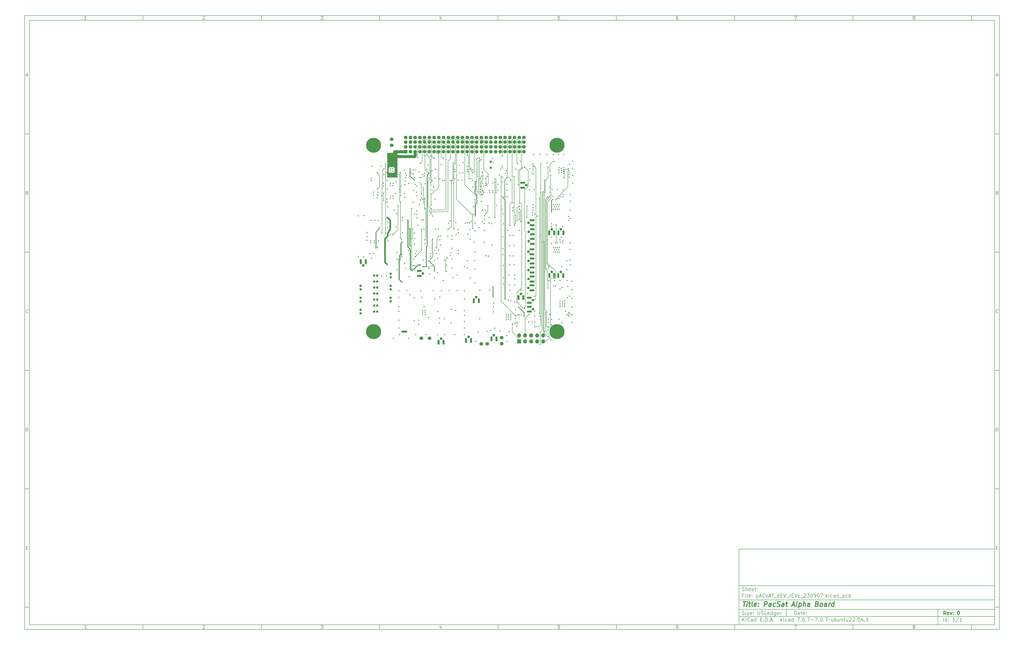
<source format=gbr>
%TF.GenerationSoftware,KiCad,Pcbnew,7.0.7-7.0.7~ubuntu22.04.1*%
%TF.CreationDate,2023-09-07T18:23:02-05:00*%
%TF.ProjectId,pACsAT_dEV_rEVc_230907,70414373-4154-45f6-9445-565f72455663,0*%
%TF.SameCoordinates,Original*%
%TF.FileFunction,Copper,L4,Inr*%
%TF.FilePolarity,Positive*%
%FSLAX46Y46*%
G04 Gerber Fmt 4.6, Leading zero omitted, Abs format (unit mm)*
G04 Created by KiCad (PCBNEW 7.0.7-7.0.7~ubuntu22.04.1) date 2023-09-07 18:23:02*
%MOMM*%
%LPD*%
G01*
G04 APERTURE LIST*
G04 Aperture macros list*
%AMRoundRect*
0 Rectangle with rounded corners*
0 $1 Rounding radius*
0 $2 $3 $4 $5 $6 $7 $8 $9 X,Y pos of 4 corners*
0 Add a 4 corners polygon primitive as box body*
4,1,4,$2,$3,$4,$5,$6,$7,$8,$9,$2,$3,0*
0 Add four circle primitives for the rounded corners*
1,1,$1+$1,$2,$3*
1,1,$1+$1,$4,$5*
1,1,$1+$1,$6,$7*
1,1,$1+$1,$8,$9*
0 Add four rect primitives between the rounded corners*
20,1,$1+$1,$2,$3,$4,$5,0*
20,1,$1+$1,$4,$5,$6,$7,0*
20,1,$1+$1,$6,$7,$8,$9,0*
20,1,$1+$1,$8,$9,$2,$3,0*%
G04 Aperture macros list end*
%ADD10C,0.100000*%
%ADD11C,0.150000*%
%ADD12C,0.300000*%
%ADD13C,0.400000*%
%TA.AperFunction,ComponentPad*%
%ADD14C,1.524000*%
%TD*%
%TA.AperFunction,ComponentPad*%
%ADD15C,6.350000*%
%TD*%
%TA.AperFunction,ComponentPad*%
%ADD16RoundRect,0.290840X-0.471160X-0.471160X0.471160X-0.471160X0.471160X0.471160X-0.471160X0.471160X0*%
%TD*%
%TA.AperFunction,ComponentPad*%
%ADD17C,1.016000*%
%TD*%
%TA.AperFunction,ComponentPad*%
%ADD18O,2.540000X0.889000*%
%TD*%
%TA.AperFunction,ComponentPad*%
%ADD19C,1.000000*%
%TD*%
%TA.AperFunction,ComponentPad*%
%ADD20R,1.700000X1.700000*%
%TD*%
%TA.AperFunction,ComponentPad*%
%ADD21O,1.700000X1.700000*%
%TD*%
%TA.AperFunction,ComponentPad*%
%ADD22RoundRect,0.254000X0.254000X-0.254000X0.254000X0.254000X-0.254000X0.254000X-0.254000X-0.254000X0*%
%TD*%
%TA.AperFunction,ComponentPad*%
%ADD23RoundRect,0.200000X0.200000X-0.800000X0.200000X0.800000X-0.200000X0.800000X-0.200000X-0.800000X0*%
%TD*%
%TA.AperFunction,ComponentPad*%
%ADD24RoundRect,0.254000X0.254000X0.254000X-0.254000X0.254000X-0.254000X-0.254000X0.254000X-0.254000X0*%
%TD*%
%TA.AperFunction,ComponentPad*%
%ADD25RoundRect,0.200000X0.800000X0.200000X-0.800000X0.200000X-0.800000X-0.200000X0.800000X-0.200000X0*%
%TD*%
%TA.AperFunction,ComponentPad*%
%ADD26RoundRect,0.254000X-0.254000X0.254000X-0.254000X-0.254000X0.254000X-0.254000X0.254000X0.254000X0*%
%TD*%
%TA.AperFunction,ComponentPad*%
%ADD27RoundRect,0.200000X-0.200000X0.800000X-0.200000X-0.800000X0.200000X-0.800000X0.200000X0.800000X0*%
%TD*%
%TA.AperFunction,ComponentPad*%
%ADD28RoundRect,0.254000X-0.254000X-0.254000X0.254000X-0.254000X0.254000X0.254000X-0.254000X0.254000X0*%
%TD*%
%TA.AperFunction,ComponentPad*%
%ADD29RoundRect,0.200000X-0.800000X-0.200000X0.800000X-0.200000X0.800000X0.200000X-0.800000X0.200000X0*%
%TD*%
%TA.AperFunction,ViaPad*%
%ADD30C,0.508000*%
%TD*%
%TA.AperFunction,Conductor*%
%ADD31C,0.203200*%
%TD*%
%TA.AperFunction,Conductor*%
%ADD32C,1.270000*%
%TD*%
%TA.AperFunction,Conductor*%
%ADD33C,0.152400*%
%TD*%
%TA.AperFunction,Conductor*%
%ADD34C,0.330200*%
%TD*%
%TA.AperFunction,Conductor*%
%ADD35C,0.381000*%
%TD*%
%TA.AperFunction,Conductor*%
%ADD36C,0.304800*%
%TD*%
%TA.AperFunction,Conductor*%
%ADD37C,0.635000*%
%TD*%
%TA.AperFunction,Conductor*%
%ADD38C,0.254000*%
%TD*%
G04 APERTURE END LIST*
D10*
D11*
X311800000Y-235400000D02*
X419800000Y-235400000D01*
X419800000Y-267400000D01*
X311800000Y-267400000D01*
X311800000Y-235400000D01*
D10*
D11*
X10000000Y-10000000D02*
X421800000Y-10000000D01*
X421800000Y-269400000D01*
X10000000Y-269400000D01*
X10000000Y-10000000D01*
D10*
D11*
X12000000Y-12000000D02*
X419800000Y-12000000D01*
X419800000Y-267400000D01*
X12000000Y-267400000D01*
X12000000Y-12000000D01*
D10*
D11*
X60000000Y-12000000D02*
X60000000Y-10000000D01*
D10*
D11*
X110000000Y-12000000D02*
X110000000Y-10000000D01*
D10*
D11*
X160000000Y-12000000D02*
X160000000Y-10000000D01*
D10*
D11*
X210000000Y-12000000D02*
X210000000Y-10000000D01*
D10*
D11*
X260000000Y-12000000D02*
X260000000Y-10000000D01*
D10*
D11*
X310000000Y-12000000D02*
X310000000Y-10000000D01*
D10*
D11*
X360000000Y-12000000D02*
X360000000Y-10000000D01*
D10*
D11*
X410000000Y-12000000D02*
X410000000Y-10000000D01*
D10*
D11*
X36089160Y-11593604D02*
X35346303Y-11593604D01*
X35717731Y-11593604D02*
X35717731Y-10293604D01*
X35717731Y-10293604D02*
X35593922Y-10479319D01*
X35593922Y-10479319D02*
X35470112Y-10603128D01*
X35470112Y-10603128D02*
X35346303Y-10665033D01*
D10*
D11*
X85346303Y-10417414D02*
X85408207Y-10355509D01*
X85408207Y-10355509D02*
X85532017Y-10293604D01*
X85532017Y-10293604D02*
X85841541Y-10293604D01*
X85841541Y-10293604D02*
X85965350Y-10355509D01*
X85965350Y-10355509D02*
X86027255Y-10417414D01*
X86027255Y-10417414D02*
X86089160Y-10541223D01*
X86089160Y-10541223D02*
X86089160Y-10665033D01*
X86089160Y-10665033D02*
X86027255Y-10850747D01*
X86027255Y-10850747D02*
X85284398Y-11593604D01*
X85284398Y-11593604D02*
X86089160Y-11593604D01*
D10*
D11*
X135284398Y-10293604D02*
X136089160Y-10293604D01*
X136089160Y-10293604D02*
X135655826Y-10788842D01*
X135655826Y-10788842D02*
X135841541Y-10788842D01*
X135841541Y-10788842D02*
X135965350Y-10850747D01*
X135965350Y-10850747D02*
X136027255Y-10912652D01*
X136027255Y-10912652D02*
X136089160Y-11036461D01*
X136089160Y-11036461D02*
X136089160Y-11345985D01*
X136089160Y-11345985D02*
X136027255Y-11469795D01*
X136027255Y-11469795D02*
X135965350Y-11531700D01*
X135965350Y-11531700D02*
X135841541Y-11593604D01*
X135841541Y-11593604D02*
X135470112Y-11593604D01*
X135470112Y-11593604D02*
X135346303Y-11531700D01*
X135346303Y-11531700D02*
X135284398Y-11469795D01*
D10*
D11*
X185965350Y-10726938D02*
X185965350Y-11593604D01*
X185655826Y-10231700D02*
X185346303Y-11160271D01*
X185346303Y-11160271D02*
X186151064Y-11160271D01*
D10*
D11*
X236027255Y-10293604D02*
X235408207Y-10293604D01*
X235408207Y-10293604D02*
X235346303Y-10912652D01*
X235346303Y-10912652D02*
X235408207Y-10850747D01*
X235408207Y-10850747D02*
X235532017Y-10788842D01*
X235532017Y-10788842D02*
X235841541Y-10788842D01*
X235841541Y-10788842D02*
X235965350Y-10850747D01*
X235965350Y-10850747D02*
X236027255Y-10912652D01*
X236027255Y-10912652D02*
X236089160Y-11036461D01*
X236089160Y-11036461D02*
X236089160Y-11345985D01*
X236089160Y-11345985D02*
X236027255Y-11469795D01*
X236027255Y-11469795D02*
X235965350Y-11531700D01*
X235965350Y-11531700D02*
X235841541Y-11593604D01*
X235841541Y-11593604D02*
X235532017Y-11593604D01*
X235532017Y-11593604D02*
X235408207Y-11531700D01*
X235408207Y-11531700D02*
X235346303Y-11469795D01*
D10*
D11*
X285965350Y-10293604D02*
X285717731Y-10293604D01*
X285717731Y-10293604D02*
X285593922Y-10355509D01*
X285593922Y-10355509D02*
X285532017Y-10417414D01*
X285532017Y-10417414D02*
X285408207Y-10603128D01*
X285408207Y-10603128D02*
X285346303Y-10850747D01*
X285346303Y-10850747D02*
X285346303Y-11345985D01*
X285346303Y-11345985D02*
X285408207Y-11469795D01*
X285408207Y-11469795D02*
X285470112Y-11531700D01*
X285470112Y-11531700D02*
X285593922Y-11593604D01*
X285593922Y-11593604D02*
X285841541Y-11593604D01*
X285841541Y-11593604D02*
X285965350Y-11531700D01*
X285965350Y-11531700D02*
X286027255Y-11469795D01*
X286027255Y-11469795D02*
X286089160Y-11345985D01*
X286089160Y-11345985D02*
X286089160Y-11036461D01*
X286089160Y-11036461D02*
X286027255Y-10912652D01*
X286027255Y-10912652D02*
X285965350Y-10850747D01*
X285965350Y-10850747D02*
X285841541Y-10788842D01*
X285841541Y-10788842D02*
X285593922Y-10788842D01*
X285593922Y-10788842D02*
X285470112Y-10850747D01*
X285470112Y-10850747D02*
X285408207Y-10912652D01*
X285408207Y-10912652D02*
X285346303Y-11036461D01*
D10*
D11*
X335284398Y-10293604D02*
X336151064Y-10293604D01*
X336151064Y-10293604D02*
X335593922Y-11593604D01*
D10*
D11*
X385593922Y-10850747D02*
X385470112Y-10788842D01*
X385470112Y-10788842D02*
X385408207Y-10726938D01*
X385408207Y-10726938D02*
X385346303Y-10603128D01*
X385346303Y-10603128D02*
X385346303Y-10541223D01*
X385346303Y-10541223D02*
X385408207Y-10417414D01*
X385408207Y-10417414D02*
X385470112Y-10355509D01*
X385470112Y-10355509D02*
X385593922Y-10293604D01*
X385593922Y-10293604D02*
X385841541Y-10293604D01*
X385841541Y-10293604D02*
X385965350Y-10355509D01*
X385965350Y-10355509D02*
X386027255Y-10417414D01*
X386027255Y-10417414D02*
X386089160Y-10541223D01*
X386089160Y-10541223D02*
X386089160Y-10603128D01*
X386089160Y-10603128D02*
X386027255Y-10726938D01*
X386027255Y-10726938D02*
X385965350Y-10788842D01*
X385965350Y-10788842D02*
X385841541Y-10850747D01*
X385841541Y-10850747D02*
X385593922Y-10850747D01*
X385593922Y-10850747D02*
X385470112Y-10912652D01*
X385470112Y-10912652D02*
X385408207Y-10974557D01*
X385408207Y-10974557D02*
X385346303Y-11098366D01*
X385346303Y-11098366D02*
X385346303Y-11345985D01*
X385346303Y-11345985D02*
X385408207Y-11469795D01*
X385408207Y-11469795D02*
X385470112Y-11531700D01*
X385470112Y-11531700D02*
X385593922Y-11593604D01*
X385593922Y-11593604D02*
X385841541Y-11593604D01*
X385841541Y-11593604D02*
X385965350Y-11531700D01*
X385965350Y-11531700D02*
X386027255Y-11469795D01*
X386027255Y-11469795D02*
X386089160Y-11345985D01*
X386089160Y-11345985D02*
X386089160Y-11098366D01*
X386089160Y-11098366D02*
X386027255Y-10974557D01*
X386027255Y-10974557D02*
X385965350Y-10912652D01*
X385965350Y-10912652D02*
X385841541Y-10850747D01*
D10*
D11*
X60000000Y-267400000D02*
X60000000Y-269400000D01*
D10*
D11*
X110000000Y-267400000D02*
X110000000Y-269400000D01*
D10*
D11*
X160000000Y-267400000D02*
X160000000Y-269400000D01*
D10*
D11*
X210000000Y-267400000D02*
X210000000Y-269400000D01*
D10*
D11*
X260000000Y-267400000D02*
X260000000Y-269400000D01*
D10*
D11*
X310000000Y-267400000D02*
X310000000Y-269400000D01*
D10*
D11*
X360000000Y-267400000D02*
X360000000Y-269400000D01*
D10*
D11*
X410000000Y-267400000D02*
X410000000Y-269400000D01*
D10*
D11*
X36089160Y-268993604D02*
X35346303Y-268993604D01*
X35717731Y-268993604D02*
X35717731Y-267693604D01*
X35717731Y-267693604D02*
X35593922Y-267879319D01*
X35593922Y-267879319D02*
X35470112Y-268003128D01*
X35470112Y-268003128D02*
X35346303Y-268065033D01*
D10*
D11*
X85346303Y-267817414D02*
X85408207Y-267755509D01*
X85408207Y-267755509D02*
X85532017Y-267693604D01*
X85532017Y-267693604D02*
X85841541Y-267693604D01*
X85841541Y-267693604D02*
X85965350Y-267755509D01*
X85965350Y-267755509D02*
X86027255Y-267817414D01*
X86027255Y-267817414D02*
X86089160Y-267941223D01*
X86089160Y-267941223D02*
X86089160Y-268065033D01*
X86089160Y-268065033D02*
X86027255Y-268250747D01*
X86027255Y-268250747D02*
X85284398Y-268993604D01*
X85284398Y-268993604D02*
X86089160Y-268993604D01*
D10*
D11*
X135284398Y-267693604D02*
X136089160Y-267693604D01*
X136089160Y-267693604D02*
X135655826Y-268188842D01*
X135655826Y-268188842D02*
X135841541Y-268188842D01*
X135841541Y-268188842D02*
X135965350Y-268250747D01*
X135965350Y-268250747D02*
X136027255Y-268312652D01*
X136027255Y-268312652D02*
X136089160Y-268436461D01*
X136089160Y-268436461D02*
X136089160Y-268745985D01*
X136089160Y-268745985D02*
X136027255Y-268869795D01*
X136027255Y-268869795D02*
X135965350Y-268931700D01*
X135965350Y-268931700D02*
X135841541Y-268993604D01*
X135841541Y-268993604D02*
X135470112Y-268993604D01*
X135470112Y-268993604D02*
X135346303Y-268931700D01*
X135346303Y-268931700D02*
X135284398Y-268869795D01*
D10*
D11*
X185965350Y-268126938D02*
X185965350Y-268993604D01*
X185655826Y-267631700D02*
X185346303Y-268560271D01*
X185346303Y-268560271D02*
X186151064Y-268560271D01*
D10*
D11*
X236027255Y-267693604D02*
X235408207Y-267693604D01*
X235408207Y-267693604D02*
X235346303Y-268312652D01*
X235346303Y-268312652D02*
X235408207Y-268250747D01*
X235408207Y-268250747D02*
X235532017Y-268188842D01*
X235532017Y-268188842D02*
X235841541Y-268188842D01*
X235841541Y-268188842D02*
X235965350Y-268250747D01*
X235965350Y-268250747D02*
X236027255Y-268312652D01*
X236027255Y-268312652D02*
X236089160Y-268436461D01*
X236089160Y-268436461D02*
X236089160Y-268745985D01*
X236089160Y-268745985D02*
X236027255Y-268869795D01*
X236027255Y-268869795D02*
X235965350Y-268931700D01*
X235965350Y-268931700D02*
X235841541Y-268993604D01*
X235841541Y-268993604D02*
X235532017Y-268993604D01*
X235532017Y-268993604D02*
X235408207Y-268931700D01*
X235408207Y-268931700D02*
X235346303Y-268869795D01*
D10*
D11*
X285965350Y-267693604D02*
X285717731Y-267693604D01*
X285717731Y-267693604D02*
X285593922Y-267755509D01*
X285593922Y-267755509D02*
X285532017Y-267817414D01*
X285532017Y-267817414D02*
X285408207Y-268003128D01*
X285408207Y-268003128D02*
X285346303Y-268250747D01*
X285346303Y-268250747D02*
X285346303Y-268745985D01*
X285346303Y-268745985D02*
X285408207Y-268869795D01*
X285408207Y-268869795D02*
X285470112Y-268931700D01*
X285470112Y-268931700D02*
X285593922Y-268993604D01*
X285593922Y-268993604D02*
X285841541Y-268993604D01*
X285841541Y-268993604D02*
X285965350Y-268931700D01*
X285965350Y-268931700D02*
X286027255Y-268869795D01*
X286027255Y-268869795D02*
X286089160Y-268745985D01*
X286089160Y-268745985D02*
X286089160Y-268436461D01*
X286089160Y-268436461D02*
X286027255Y-268312652D01*
X286027255Y-268312652D02*
X285965350Y-268250747D01*
X285965350Y-268250747D02*
X285841541Y-268188842D01*
X285841541Y-268188842D02*
X285593922Y-268188842D01*
X285593922Y-268188842D02*
X285470112Y-268250747D01*
X285470112Y-268250747D02*
X285408207Y-268312652D01*
X285408207Y-268312652D02*
X285346303Y-268436461D01*
D10*
D11*
X335284398Y-267693604D02*
X336151064Y-267693604D01*
X336151064Y-267693604D02*
X335593922Y-268993604D01*
D10*
D11*
X385593922Y-268250747D02*
X385470112Y-268188842D01*
X385470112Y-268188842D02*
X385408207Y-268126938D01*
X385408207Y-268126938D02*
X385346303Y-268003128D01*
X385346303Y-268003128D02*
X385346303Y-267941223D01*
X385346303Y-267941223D02*
X385408207Y-267817414D01*
X385408207Y-267817414D02*
X385470112Y-267755509D01*
X385470112Y-267755509D02*
X385593922Y-267693604D01*
X385593922Y-267693604D02*
X385841541Y-267693604D01*
X385841541Y-267693604D02*
X385965350Y-267755509D01*
X385965350Y-267755509D02*
X386027255Y-267817414D01*
X386027255Y-267817414D02*
X386089160Y-267941223D01*
X386089160Y-267941223D02*
X386089160Y-268003128D01*
X386089160Y-268003128D02*
X386027255Y-268126938D01*
X386027255Y-268126938D02*
X385965350Y-268188842D01*
X385965350Y-268188842D02*
X385841541Y-268250747D01*
X385841541Y-268250747D02*
X385593922Y-268250747D01*
X385593922Y-268250747D02*
X385470112Y-268312652D01*
X385470112Y-268312652D02*
X385408207Y-268374557D01*
X385408207Y-268374557D02*
X385346303Y-268498366D01*
X385346303Y-268498366D02*
X385346303Y-268745985D01*
X385346303Y-268745985D02*
X385408207Y-268869795D01*
X385408207Y-268869795D02*
X385470112Y-268931700D01*
X385470112Y-268931700D02*
X385593922Y-268993604D01*
X385593922Y-268993604D02*
X385841541Y-268993604D01*
X385841541Y-268993604D02*
X385965350Y-268931700D01*
X385965350Y-268931700D02*
X386027255Y-268869795D01*
X386027255Y-268869795D02*
X386089160Y-268745985D01*
X386089160Y-268745985D02*
X386089160Y-268498366D01*
X386089160Y-268498366D02*
X386027255Y-268374557D01*
X386027255Y-268374557D02*
X385965350Y-268312652D01*
X385965350Y-268312652D02*
X385841541Y-268250747D01*
D10*
D11*
X10000000Y-60000000D02*
X12000000Y-60000000D01*
D10*
D11*
X10000000Y-110000000D02*
X12000000Y-110000000D01*
D10*
D11*
X10000000Y-160000000D02*
X12000000Y-160000000D01*
D10*
D11*
X10000000Y-210000000D02*
X12000000Y-210000000D01*
D10*
D11*
X10000000Y-260000000D02*
X12000000Y-260000000D01*
D10*
D11*
X10690476Y-35222176D02*
X11309523Y-35222176D01*
X10566666Y-35593604D02*
X10999999Y-34293604D01*
X10999999Y-34293604D02*
X11433333Y-35593604D01*
D10*
D11*
X11092857Y-84912652D02*
X11278571Y-84974557D01*
X11278571Y-84974557D02*
X11340476Y-85036461D01*
X11340476Y-85036461D02*
X11402380Y-85160271D01*
X11402380Y-85160271D02*
X11402380Y-85345985D01*
X11402380Y-85345985D02*
X11340476Y-85469795D01*
X11340476Y-85469795D02*
X11278571Y-85531700D01*
X11278571Y-85531700D02*
X11154761Y-85593604D01*
X11154761Y-85593604D02*
X10659523Y-85593604D01*
X10659523Y-85593604D02*
X10659523Y-84293604D01*
X10659523Y-84293604D02*
X11092857Y-84293604D01*
X11092857Y-84293604D02*
X11216666Y-84355509D01*
X11216666Y-84355509D02*
X11278571Y-84417414D01*
X11278571Y-84417414D02*
X11340476Y-84541223D01*
X11340476Y-84541223D02*
X11340476Y-84665033D01*
X11340476Y-84665033D02*
X11278571Y-84788842D01*
X11278571Y-84788842D02*
X11216666Y-84850747D01*
X11216666Y-84850747D02*
X11092857Y-84912652D01*
X11092857Y-84912652D02*
X10659523Y-84912652D01*
D10*
D11*
X11402380Y-135469795D02*
X11340476Y-135531700D01*
X11340476Y-135531700D02*
X11154761Y-135593604D01*
X11154761Y-135593604D02*
X11030952Y-135593604D01*
X11030952Y-135593604D02*
X10845238Y-135531700D01*
X10845238Y-135531700D02*
X10721428Y-135407890D01*
X10721428Y-135407890D02*
X10659523Y-135284080D01*
X10659523Y-135284080D02*
X10597619Y-135036461D01*
X10597619Y-135036461D02*
X10597619Y-134850747D01*
X10597619Y-134850747D02*
X10659523Y-134603128D01*
X10659523Y-134603128D02*
X10721428Y-134479319D01*
X10721428Y-134479319D02*
X10845238Y-134355509D01*
X10845238Y-134355509D02*
X11030952Y-134293604D01*
X11030952Y-134293604D02*
X11154761Y-134293604D01*
X11154761Y-134293604D02*
X11340476Y-134355509D01*
X11340476Y-134355509D02*
X11402380Y-134417414D01*
D10*
D11*
X10659523Y-185593604D02*
X10659523Y-184293604D01*
X10659523Y-184293604D02*
X10969047Y-184293604D01*
X10969047Y-184293604D02*
X11154761Y-184355509D01*
X11154761Y-184355509D02*
X11278571Y-184479319D01*
X11278571Y-184479319D02*
X11340476Y-184603128D01*
X11340476Y-184603128D02*
X11402380Y-184850747D01*
X11402380Y-184850747D02*
X11402380Y-185036461D01*
X11402380Y-185036461D02*
X11340476Y-185284080D01*
X11340476Y-185284080D02*
X11278571Y-185407890D01*
X11278571Y-185407890D02*
X11154761Y-185531700D01*
X11154761Y-185531700D02*
X10969047Y-185593604D01*
X10969047Y-185593604D02*
X10659523Y-185593604D01*
D10*
D11*
X10721428Y-234912652D02*
X11154762Y-234912652D01*
X11340476Y-235593604D02*
X10721428Y-235593604D01*
X10721428Y-235593604D02*
X10721428Y-234293604D01*
X10721428Y-234293604D02*
X11340476Y-234293604D01*
D10*
D11*
X421800000Y-60000000D02*
X419800000Y-60000000D01*
D10*
D11*
X421800000Y-110000000D02*
X419800000Y-110000000D01*
D10*
D11*
X421800000Y-160000000D02*
X419800000Y-160000000D01*
D10*
D11*
X421800000Y-210000000D02*
X419800000Y-210000000D01*
D10*
D11*
X421800000Y-260000000D02*
X419800000Y-260000000D01*
D10*
D11*
X420490476Y-35222176D02*
X421109523Y-35222176D01*
X420366666Y-35593604D02*
X420799999Y-34293604D01*
X420799999Y-34293604D02*
X421233333Y-35593604D01*
D10*
D11*
X420892857Y-84912652D02*
X421078571Y-84974557D01*
X421078571Y-84974557D02*
X421140476Y-85036461D01*
X421140476Y-85036461D02*
X421202380Y-85160271D01*
X421202380Y-85160271D02*
X421202380Y-85345985D01*
X421202380Y-85345985D02*
X421140476Y-85469795D01*
X421140476Y-85469795D02*
X421078571Y-85531700D01*
X421078571Y-85531700D02*
X420954761Y-85593604D01*
X420954761Y-85593604D02*
X420459523Y-85593604D01*
X420459523Y-85593604D02*
X420459523Y-84293604D01*
X420459523Y-84293604D02*
X420892857Y-84293604D01*
X420892857Y-84293604D02*
X421016666Y-84355509D01*
X421016666Y-84355509D02*
X421078571Y-84417414D01*
X421078571Y-84417414D02*
X421140476Y-84541223D01*
X421140476Y-84541223D02*
X421140476Y-84665033D01*
X421140476Y-84665033D02*
X421078571Y-84788842D01*
X421078571Y-84788842D02*
X421016666Y-84850747D01*
X421016666Y-84850747D02*
X420892857Y-84912652D01*
X420892857Y-84912652D02*
X420459523Y-84912652D01*
D10*
D11*
X421202380Y-135469795D02*
X421140476Y-135531700D01*
X421140476Y-135531700D02*
X420954761Y-135593604D01*
X420954761Y-135593604D02*
X420830952Y-135593604D01*
X420830952Y-135593604D02*
X420645238Y-135531700D01*
X420645238Y-135531700D02*
X420521428Y-135407890D01*
X420521428Y-135407890D02*
X420459523Y-135284080D01*
X420459523Y-135284080D02*
X420397619Y-135036461D01*
X420397619Y-135036461D02*
X420397619Y-134850747D01*
X420397619Y-134850747D02*
X420459523Y-134603128D01*
X420459523Y-134603128D02*
X420521428Y-134479319D01*
X420521428Y-134479319D02*
X420645238Y-134355509D01*
X420645238Y-134355509D02*
X420830952Y-134293604D01*
X420830952Y-134293604D02*
X420954761Y-134293604D01*
X420954761Y-134293604D02*
X421140476Y-134355509D01*
X421140476Y-134355509D02*
X421202380Y-134417414D01*
D10*
D11*
X420459523Y-185593604D02*
X420459523Y-184293604D01*
X420459523Y-184293604D02*
X420769047Y-184293604D01*
X420769047Y-184293604D02*
X420954761Y-184355509D01*
X420954761Y-184355509D02*
X421078571Y-184479319D01*
X421078571Y-184479319D02*
X421140476Y-184603128D01*
X421140476Y-184603128D02*
X421202380Y-184850747D01*
X421202380Y-184850747D02*
X421202380Y-185036461D01*
X421202380Y-185036461D02*
X421140476Y-185284080D01*
X421140476Y-185284080D02*
X421078571Y-185407890D01*
X421078571Y-185407890D02*
X420954761Y-185531700D01*
X420954761Y-185531700D02*
X420769047Y-185593604D01*
X420769047Y-185593604D02*
X420459523Y-185593604D01*
D10*
D11*
X420521428Y-234912652D02*
X420954762Y-234912652D01*
X421140476Y-235593604D02*
X420521428Y-235593604D01*
X420521428Y-235593604D02*
X420521428Y-234293604D01*
X420521428Y-234293604D02*
X421140476Y-234293604D01*
D10*
D11*
X335255826Y-263186128D02*
X335255826Y-261686128D01*
X335255826Y-261686128D02*
X335612969Y-261686128D01*
X335612969Y-261686128D02*
X335827255Y-261757557D01*
X335827255Y-261757557D02*
X335970112Y-261900414D01*
X335970112Y-261900414D02*
X336041541Y-262043271D01*
X336041541Y-262043271D02*
X336112969Y-262328985D01*
X336112969Y-262328985D02*
X336112969Y-262543271D01*
X336112969Y-262543271D02*
X336041541Y-262828985D01*
X336041541Y-262828985D02*
X335970112Y-262971842D01*
X335970112Y-262971842D02*
X335827255Y-263114700D01*
X335827255Y-263114700D02*
X335612969Y-263186128D01*
X335612969Y-263186128D02*
X335255826Y-263186128D01*
X337398684Y-263186128D02*
X337398684Y-262400414D01*
X337398684Y-262400414D02*
X337327255Y-262257557D01*
X337327255Y-262257557D02*
X337184398Y-262186128D01*
X337184398Y-262186128D02*
X336898684Y-262186128D01*
X336898684Y-262186128D02*
X336755826Y-262257557D01*
X337398684Y-263114700D02*
X337255826Y-263186128D01*
X337255826Y-263186128D02*
X336898684Y-263186128D01*
X336898684Y-263186128D02*
X336755826Y-263114700D01*
X336755826Y-263114700D02*
X336684398Y-262971842D01*
X336684398Y-262971842D02*
X336684398Y-262828985D01*
X336684398Y-262828985D02*
X336755826Y-262686128D01*
X336755826Y-262686128D02*
X336898684Y-262614700D01*
X336898684Y-262614700D02*
X337255826Y-262614700D01*
X337255826Y-262614700D02*
X337398684Y-262543271D01*
X337898684Y-262186128D02*
X338470112Y-262186128D01*
X338112969Y-261686128D02*
X338112969Y-262971842D01*
X338112969Y-262971842D02*
X338184398Y-263114700D01*
X338184398Y-263114700D02*
X338327255Y-263186128D01*
X338327255Y-263186128D02*
X338470112Y-263186128D01*
X339541541Y-263114700D02*
X339398684Y-263186128D01*
X339398684Y-263186128D02*
X339112970Y-263186128D01*
X339112970Y-263186128D02*
X338970112Y-263114700D01*
X338970112Y-263114700D02*
X338898684Y-262971842D01*
X338898684Y-262971842D02*
X338898684Y-262400414D01*
X338898684Y-262400414D02*
X338970112Y-262257557D01*
X338970112Y-262257557D02*
X339112970Y-262186128D01*
X339112970Y-262186128D02*
X339398684Y-262186128D01*
X339398684Y-262186128D02*
X339541541Y-262257557D01*
X339541541Y-262257557D02*
X339612970Y-262400414D01*
X339612970Y-262400414D02*
X339612970Y-262543271D01*
X339612970Y-262543271D02*
X338898684Y-262686128D01*
X340255826Y-263043271D02*
X340327255Y-263114700D01*
X340327255Y-263114700D02*
X340255826Y-263186128D01*
X340255826Y-263186128D02*
X340184398Y-263114700D01*
X340184398Y-263114700D02*
X340255826Y-263043271D01*
X340255826Y-263043271D02*
X340255826Y-263186128D01*
X340255826Y-262257557D02*
X340327255Y-262328985D01*
X340327255Y-262328985D02*
X340255826Y-262400414D01*
X340255826Y-262400414D02*
X340184398Y-262328985D01*
X340184398Y-262328985D02*
X340255826Y-262257557D01*
X340255826Y-262257557D02*
X340255826Y-262400414D01*
D10*
D11*
X311800000Y-263900000D02*
X419800000Y-263900000D01*
D10*
D11*
X313255826Y-265986128D02*
X313255826Y-264486128D01*
X314112969Y-265986128D02*
X313470112Y-265128985D01*
X314112969Y-264486128D02*
X313255826Y-265343271D01*
X314755826Y-265986128D02*
X314755826Y-264986128D01*
X314755826Y-264486128D02*
X314684398Y-264557557D01*
X314684398Y-264557557D02*
X314755826Y-264628985D01*
X314755826Y-264628985D02*
X314827255Y-264557557D01*
X314827255Y-264557557D02*
X314755826Y-264486128D01*
X314755826Y-264486128D02*
X314755826Y-264628985D01*
X316327255Y-265843271D02*
X316255827Y-265914700D01*
X316255827Y-265914700D02*
X316041541Y-265986128D01*
X316041541Y-265986128D02*
X315898684Y-265986128D01*
X315898684Y-265986128D02*
X315684398Y-265914700D01*
X315684398Y-265914700D02*
X315541541Y-265771842D01*
X315541541Y-265771842D02*
X315470112Y-265628985D01*
X315470112Y-265628985D02*
X315398684Y-265343271D01*
X315398684Y-265343271D02*
X315398684Y-265128985D01*
X315398684Y-265128985D02*
X315470112Y-264843271D01*
X315470112Y-264843271D02*
X315541541Y-264700414D01*
X315541541Y-264700414D02*
X315684398Y-264557557D01*
X315684398Y-264557557D02*
X315898684Y-264486128D01*
X315898684Y-264486128D02*
X316041541Y-264486128D01*
X316041541Y-264486128D02*
X316255827Y-264557557D01*
X316255827Y-264557557D02*
X316327255Y-264628985D01*
X317612970Y-265986128D02*
X317612970Y-265200414D01*
X317612970Y-265200414D02*
X317541541Y-265057557D01*
X317541541Y-265057557D02*
X317398684Y-264986128D01*
X317398684Y-264986128D02*
X317112970Y-264986128D01*
X317112970Y-264986128D02*
X316970112Y-265057557D01*
X317612970Y-265914700D02*
X317470112Y-265986128D01*
X317470112Y-265986128D02*
X317112970Y-265986128D01*
X317112970Y-265986128D02*
X316970112Y-265914700D01*
X316970112Y-265914700D02*
X316898684Y-265771842D01*
X316898684Y-265771842D02*
X316898684Y-265628985D01*
X316898684Y-265628985D02*
X316970112Y-265486128D01*
X316970112Y-265486128D02*
X317112970Y-265414700D01*
X317112970Y-265414700D02*
X317470112Y-265414700D01*
X317470112Y-265414700D02*
X317612970Y-265343271D01*
X318970113Y-265986128D02*
X318970113Y-264486128D01*
X318970113Y-265914700D02*
X318827255Y-265986128D01*
X318827255Y-265986128D02*
X318541541Y-265986128D01*
X318541541Y-265986128D02*
X318398684Y-265914700D01*
X318398684Y-265914700D02*
X318327255Y-265843271D01*
X318327255Y-265843271D02*
X318255827Y-265700414D01*
X318255827Y-265700414D02*
X318255827Y-265271842D01*
X318255827Y-265271842D02*
X318327255Y-265128985D01*
X318327255Y-265128985D02*
X318398684Y-265057557D01*
X318398684Y-265057557D02*
X318541541Y-264986128D01*
X318541541Y-264986128D02*
X318827255Y-264986128D01*
X318827255Y-264986128D02*
X318970113Y-265057557D01*
X320827255Y-265200414D02*
X321327255Y-265200414D01*
X321541541Y-265986128D02*
X320827255Y-265986128D01*
X320827255Y-265986128D02*
X320827255Y-264486128D01*
X320827255Y-264486128D02*
X321541541Y-264486128D01*
X322184398Y-265843271D02*
X322255827Y-265914700D01*
X322255827Y-265914700D02*
X322184398Y-265986128D01*
X322184398Y-265986128D02*
X322112970Y-265914700D01*
X322112970Y-265914700D02*
X322184398Y-265843271D01*
X322184398Y-265843271D02*
X322184398Y-265986128D01*
X322898684Y-265986128D02*
X322898684Y-264486128D01*
X322898684Y-264486128D02*
X323255827Y-264486128D01*
X323255827Y-264486128D02*
X323470113Y-264557557D01*
X323470113Y-264557557D02*
X323612970Y-264700414D01*
X323612970Y-264700414D02*
X323684399Y-264843271D01*
X323684399Y-264843271D02*
X323755827Y-265128985D01*
X323755827Y-265128985D02*
X323755827Y-265343271D01*
X323755827Y-265343271D02*
X323684399Y-265628985D01*
X323684399Y-265628985D02*
X323612970Y-265771842D01*
X323612970Y-265771842D02*
X323470113Y-265914700D01*
X323470113Y-265914700D02*
X323255827Y-265986128D01*
X323255827Y-265986128D02*
X322898684Y-265986128D01*
X324398684Y-265843271D02*
X324470113Y-265914700D01*
X324470113Y-265914700D02*
X324398684Y-265986128D01*
X324398684Y-265986128D02*
X324327256Y-265914700D01*
X324327256Y-265914700D02*
X324398684Y-265843271D01*
X324398684Y-265843271D02*
X324398684Y-265986128D01*
X325041542Y-265557557D02*
X325755828Y-265557557D01*
X324898685Y-265986128D02*
X325398685Y-264486128D01*
X325398685Y-264486128D02*
X325898685Y-265986128D01*
X326398684Y-265843271D02*
X326470113Y-265914700D01*
X326470113Y-265914700D02*
X326398684Y-265986128D01*
X326398684Y-265986128D02*
X326327256Y-265914700D01*
X326327256Y-265914700D02*
X326398684Y-265843271D01*
X326398684Y-265843271D02*
X326398684Y-265986128D01*
X329398684Y-265986128D02*
X329398684Y-264486128D01*
X329541542Y-265414700D02*
X329970113Y-265986128D01*
X329970113Y-264986128D02*
X329398684Y-265557557D01*
X330612970Y-265986128D02*
X330612970Y-264986128D01*
X330612970Y-264486128D02*
X330541542Y-264557557D01*
X330541542Y-264557557D02*
X330612970Y-264628985D01*
X330612970Y-264628985D02*
X330684399Y-264557557D01*
X330684399Y-264557557D02*
X330612970Y-264486128D01*
X330612970Y-264486128D02*
X330612970Y-264628985D01*
X331970114Y-265914700D02*
X331827256Y-265986128D01*
X331827256Y-265986128D02*
X331541542Y-265986128D01*
X331541542Y-265986128D02*
X331398685Y-265914700D01*
X331398685Y-265914700D02*
X331327256Y-265843271D01*
X331327256Y-265843271D02*
X331255828Y-265700414D01*
X331255828Y-265700414D02*
X331255828Y-265271842D01*
X331255828Y-265271842D02*
X331327256Y-265128985D01*
X331327256Y-265128985D02*
X331398685Y-265057557D01*
X331398685Y-265057557D02*
X331541542Y-264986128D01*
X331541542Y-264986128D02*
X331827256Y-264986128D01*
X331827256Y-264986128D02*
X331970114Y-265057557D01*
X333255828Y-265986128D02*
X333255828Y-265200414D01*
X333255828Y-265200414D02*
X333184399Y-265057557D01*
X333184399Y-265057557D02*
X333041542Y-264986128D01*
X333041542Y-264986128D02*
X332755828Y-264986128D01*
X332755828Y-264986128D02*
X332612970Y-265057557D01*
X333255828Y-265914700D02*
X333112970Y-265986128D01*
X333112970Y-265986128D02*
X332755828Y-265986128D01*
X332755828Y-265986128D02*
X332612970Y-265914700D01*
X332612970Y-265914700D02*
X332541542Y-265771842D01*
X332541542Y-265771842D02*
X332541542Y-265628985D01*
X332541542Y-265628985D02*
X332612970Y-265486128D01*
X332612970Y-265486128D02*
X332755828Y-265414700D01*
X332755828Y-265414700D02*
X333112970Y-265414700D01*
X333112970Y-265414700D02*
X333255828Y-265343271D01*
X334612971Y-265986128D02*
X334612971Y-264486128D01*
X334612971Y-265914700D02*
X334470113Y-265986128D01*
X334470113Y-265986128D02*
X334184399Y-265986128D01*
X334184399Y-265986128D02*
X334041542Y-265914700D01*
X334041542Y-265914700D02*
X333970113Y-265843271D01*
X333970113Y-265843271D02*
X333898685Y-265700414D01*
X333898685Y-265700414D02*
X333898685Y-265271842D01*
X333898685Y-265271842D02*
X333970113Y-265128985D01*
X333970113Y-265128985D02*
X334041542Y-265057557D01*
X334041542Y-265057557D02*
X334184399Y-264986128D01*
X334184399Y-264986128D02*
X334470113Y-264986128D01*
X334470113Y-264986128D02*
X334612971Y-265057557D01*
X336327256Y-264486128D02*
X337327256Y-264486128D01*
X337327256Y-264486128D02*
X336684399Y-265986128D01*
X337898684Y-265843271D02*
X337970113Y-265914700D01*
X337970113Y-265914700D02*
X337898684Y-265986128D01*
X337898684Y-265986128D02*
X337827256Y-265914700D01*
X337827256Y-265914700D02*
X337898684Y-265843271D01*
X337898684Y-265843271D02*
X337898684Y-265986128D01*
X338898685Y-264486128D02*
X339041542Y-264486128D01*
X339041542Y-264486128D02*
X339184399Y-264557557D01*
X339184399Y-264557557D02*
X339255828Y-264628985D01*
X339255828Y-264628985D02*
X339327256Y-264771842D01*
X339327256Y-264771842D02*
X339398685Y-265057557D01*
X339398685Y-265057557D02*
X339398685Y-265414700D01*
X339398685Y-265414700D02*
X339327256Y-265700414D01*
X339327256Y-265700414D02*
X339255828Y-265843271D01*
X339255828Y-265843271D02*
X339184399Y-265914700D01*
X339184399Y-265914700D02*
X339041542Y-265986128D01*
X339041542Y-265986128D02*
X338898685Y-265986128D01*
X338898685Y-265986128D02*
X338755828Y-265914700D01*
X338755828Y-265914700D02*
X338684399Y-265843271D01*
X338684399Y-265843271D02*
X338612970Y-265700414D01*
X338612970Y-265700414D02*
X338541542Y-265414700D01*
X338541542Y-265414700D02*
X338541542Y-265057557D01*
X338541542Y-265057557D02*
X338612970Y-264771842D01*
X338612970Y-264771842D02*
X338684399Y-264628985D01*
X338684399Y-264628985D02*
X338755828Y-264557557D01*
X338755828Y-264557557D02*
X338898685Y-264486128D01*
X340041541Y-265843271D02*
X340112970Y-265914700D01*
X340112970Y-265914700D02*
X340041541Y-265986128D01*
X340041541Y-265986128D02*
X339970113Y-265914700D01*
X339970113Y-265914700D02*
X340041541Y-265843271D01*
X340041541Y-265843271D02*
X340041541Y-265986128D01*
X340612970Y-264486128D02*
X341612970Y-264486128D01*
X341612970Y-264486128D02*
X340970113Y-265986128D01*
X342184398Y-265414700D02*
X343327256Y-265414700D01*
X343898684Y-264486128D02*
X344898684Y-264486128D01*
X344898684Y-264486128D02*
X344255827Y-265986128D01*
X345470112Y-265843271D02*
X345541541Y-265914700D01*
X345541541Y-265914700D02*
X345470112Y-265986128D01*
X345470112Y-265986128D02*
X345398684Y-265914700D01*
X345398684Y-265914700D02*
X345470112Y-265843271D01*
X345470112Y-265843271D02*
X345470112Y-265986128D01*
X346470113Y-264486128D02*
X346612970Y-264486128D01*
X346612970Y-264486128D02*
X346755827Y-264557557D01*
X346755827Y-264557557D02*
X346827256Y-264628985D01*
X346827256Y-264628985D02*
X346898684Y-264771842D01*
X346898684Y-264771842D02*
X346970113Y-265057557D01*
X346970113Y-265057557D02*
X346970113Y-265414700D01*
X346970113Y-265414700D02*
X346898684Y-265700414D01*
X346898684Y-265700414D02*
X346827256Y-265843271D01*
X346827256Y-265843271D02*
X346755827Y-265914700D01*
X346755827Y-265914700D02*
X346612970Y-265986128D01*
X346612970Y-265986128D02*
X346470113Y-265986128D01*
X346470113Y-265986128D02*
X346327256Y-265914700D01*
X346327256Y-265914700D02*
X346255827Y-265843271D01*
X346255827Y-265843271D02*
X346184398Y-265700414D01*
X346184398Y-265700414D02*
X346112970Y-265414700D01*
X346112970Y-265414700D02*
X346112970Y-265057557D01*
X346112970Y-265057557D02*
X346184398Y-264771842D01*
X346184398Y-264771842D02*
X346255827Y-264628985D01*
X346255827Y-264628985D02*
X346327256Y-264557557D01*
X346327256Y-264557557D02*
X346470113Y-264486128D01*
X347612969Y-265843271D02*
X347684398Y-265914700D01*
X347684398Y-265914700D02*
X347612969Y-265986128D01*
X347612969Y-265986128D02*
X347541541Y-265914700D01*
X347541541Y-265914700D02*
X347612969Y-265843271D01*
X347612969Y-265843271D02*
X347612969Y-265986128D01*
X348184398Y-264486128D02*
X349184398Y-264486128D01*
X349184398Y-264486128D02*
X348541541Y-265986128D01*
X349541541Y-265414700D02*
X349612969Y-265343271D01*
X349612969Y-265343271D02*
X349755826Y-265271842D01*
X349755826Y-265271842D02*
X350041541Y-265414700D01*
X350041541Y-265414700D02*
X350184398Y-265343271D01*
X350184398Y-265343271D02*
X350255826Y-265271842D01*
X351470113Y-264986128D02*
X351470113Y-265986128D01*
X350827255Y-264986128D02*
X350827255Y-265771842D01*
X350827255Y-265771842D02*
X350898684Y-265914700D01*
X350898684Y-265914700D02*
X351041541Y-265986128D01*
X351041541Y-265986128D02*
X351255827Y-265986128D01*
X351255827Y-265986128D02*
X351398684Y-265914700D01*
X351398684Y-265914700D02*
X351470113Y-265843271D01*
X352184398Y-265986128D02*
X352184398Y-264486128D01*
X352184398Y-265057557D02*
X352327256Y-264986128D01*
X352327256Y-264986128D02*
X352612970Y-264986128D01*
X352612970Y-264986128D02*
X352755827Y-265057557D01*
X352755827Y-265057557D02*
X352827256Y-265128985D01*
X352827256Y-265128985D02*
X352898684Y-265271842D01*
X352898684Y-265271842D02*
X352898684Y-265700414D01*
X352898684Y-265700414D02*
X352827256Y-265843271D01*
X352827256Y-265843271D02*
X352755827Y-265914700D01*
X352755827Y-265914700D02*
X352612970Y-265986128D01*
X352612970Y-265986128D02*
X352327256Y-265986128D01*
X352327256Y-265986128D02*
X352184398Y-265914700D01*
X354184399Y-264986128D02*
X354184399Y-265986128D01*
X353541541Y-264986128D02*
X353541541Y-265771842D01*
X353541541Y-265771842D02*
X353612970Y-265914700D01*
X353612970Y-265914700D02*
X353755827Y-265986128D01*
X353755827Y-265986128D02*
X353970113Y-265986128D01*
X353970113Y-265986128D02*
X354112970Y-265914700D01*
X354112970Y-265914700D02*
X354184399Y-265843271D01*
X354898684Y-264986128D02*
X354898684Y-265986128D01*
X354898684Y-265128985D02*
X354970113Y-265057557D01*
X354970113Y-265057557D02*
X355112970Y-264986128D01*
X355112970Y-264986128D02*
X355327256Y-264986128D01*
X355327256Y-264986128D02*
X355470113Y-265057557D01*
X355470113Y-265057557D02*
X355541542Y-265200414D01*
X355541542Y-265200414D02*
X355541542Y-265986128D01*
X356041542Y-264986128D02*
X356612970Y-264986128D01*
X356255827Y-264486128D02*
X356255827Y-265771842D01*
X356255827Y-265771842D02*
X356327256Y-265914700D01*
X356327256Y-265914700D02*
X356470113Y-265986128D01*
X356470113Y-265986128D02*
X356612970Y-265986128D01*
X357755828Y-264986128D02*
X357755828Y-265986128D01*
X357112970Y-264986128D02*
X357112970Y-265771842D01*
X357112970Y-265771842D02*
X357184399Y-265914700D01*
X357184399Y-265914700D02*
X357327256Y-265986128D01*
X357327256Y-265986128D02*
X357541542Y-265986128D01*
X357541542Y-265986128D02*
X357684399Y-265914700D01*
X357684399Y-265914700D02*
X357755828Y-265843271D01*
X358398685Y-264628985D02*
X358470113Y-264557557D01*
X358470113Y-264557557D02*
X358612971Y-264486128D01*
X358612971Y-264486128D02*
X358970113Y-264486128D01*
X358970113Y-264486128D02*
X359112971Y-264557557D01*
X359112971Y-264557557D02*
X359184399Y-264628985D01*
X359184399Y-264628985D02*
X359255828Y-264771842D01*
X359255828Y-264771842D02*
X359255828Y-264914700D01*
X359255828Y-264914700D02*
X359184399Y-265128985D01*
X359184399Y-265128985D02*
X358327256Y-265986128D01*
X358327256Y-265986128D02*
X359255828Y-265986128D01*
X359827256Y-264628985D02*
X359898684Y-264557557D01*
X359898684Y-264557557D02*
X360041542Y-264486128D01*
X360041542Y-264486128D02*
X360398684Y-264486128D01*
X360398684Y-264486128D02*
X360541542Y-264557557D01*
X360541542Y-264557557D02*
X360612970Y-264628985D01*
X360612970Y-264628985D02*
X360684399Y-264771842D01*
X360684399Y-264771842D02*
X360684399Y-264914700D01*
X360684399Y-264914700D02*
X360612970Y-265128985D01*
X360612970Y-265128985D02*
X359755827Y-265986128D01*
X359755827Y-265986128D02*
X360684399Y-265986128D01*
X361327255Y-265843271D02*
X361398684Y-265914700D01*
X361398684Y-265914700D02*
X361327255Y-265986128D01*
X361327255Y-265986128D02*
X361255827Y-265914700D01*
X361255827Y-265914700D02*
X361327255Y-265843271D01*
X361327255Y-265843271D02*
X361327255Y-265986128D01*
X362327256Y-264486128D02*
X362470113Y-264486128D01*
X362470113Y-264486128D02*
X362612970Y-264557557D01*
X362612970Y-264557557D02*
X362684399Y-264628985D01*
X362684399Y-264628985D02*
X362755827Y-264771842D01*
X362755827Y-264771842D02*
X362827256Y-265057557D01*
X362827256Y-265057557D02*
X362827256Y-265414700D01*
X362827256Y-265414700D02*
X362755827Y-265700414D01*
X362755827Y-265700414D02*
X362684399Y-265843271D01*
X362684399Y-265843271D02*
X362612970Y-265914700D01*
X362612970Y-265914700D02*
X362470113Y-265986128D01*
X362470113Y-265986128D02*
X362327256Y-265986128D01*
X362327256Y-265986128D02*
X362184399Y-265914700D01*
X362184399Y-265914700D02*
X362112970Y-265843271D01*
X362112970Y-265843271D02*
X362041541Y-265700414D01*
X362041541Y-265700414D02*
X361970113Y-265414700D01*
X361970113Y-265414700D02*
X361970113Y-265057557D01*
X361970113Y-265057557D02*
X362041541Y-264771842D01*
X362041541Y-264771842D02*
X362112970Y-264628985D01*
X362112970Y-264628985D02*
X362184399Y-264557557D01*
X362184399Y-264557557D02*
X362327256Y-264486128D01*
X364112970Y-264986128D02*
X364112970Y-265986128D01*
X363755827Y-264414700D02*
X363398684Y-265486128D01*
X363398684Y-265486128D02*
X364327255Y-265486128D01*
X364898683Y-265843271D02*
X364970112Y-265914700D01*
X364970112Y-265914700D02*
X364898683Y-265986128D01*
X364898683Y-265986128D02*
X364827255Y-265914700D01*
X364827255Y-265914700D02*
X364898683Y-265843271D01*
X364898683Y-265843271D02*
X364898683Y-265986128D01*
X366398684Y-265986128D02*
X365541541Y-265986128D01*
X365970112Y-265986128D02*
X365970112Y-264486128D01*
X365970112Y-264486128D02*
X365827255Y-264700414D01*
X365827255Y-264700414D02*
X365684398Y-264843271D01*
X365684398Y-264843271D02*
X365541541Y-264914700D01*
D10*
D11*
X311800000Y-260900000D02*
X419800000Y-260900000D01*
D10*
D12*
X399211653Y-263178328D02*
X398711653Y-262464042D01*
X398354510Y-263178328D02*
X398354510Y-261678328D01*
X398354510Y-261678328D02*
X398925939Y-261678328D01*
X398925939Y-261678328D02*
X399068796Y-261749757D01*
X399068796Y-261749757D02*
X399140225Y-261821185D01*
X399140225Y-261821185D02*
X399211653Y-261964042D01*
X399211653Y-261964042D02*
X399211653Y-262178328D01*
X399211653Y-262178328D02*
X399140225Y-262321185D01*
X399140225Y-262321185D02*
X399068796Y-262392614D01*
X399068796Y-262392614D02*
X398925939Y-262464042D01*
X398925939Y-262464042D02*
X398354510Y-262464042D01*
X400425939Y-263106900D02*
X400283082Y-263178328D01*
X400283082Y-263178328D02*
X399997368Y-263178328D01*
X399997368Y-263178328D02*
X399854510Y-263106900D01*
X399854510Y-263106900D02*
X399783082Y-262964042D01*
X399783082Y-262964042D02*
X399783082Y-262392614D01*
X399783082Y-262392614D02*
X399854510Y-262249757D01*
X399854510Y-262249757D02*
X399997368Y-262178328D01*
X399997368Y-262178328D02*
X400283082Y-262178328D01*
X400283082Y-262178328D02*
X400425939Y-262249757D01*
X400425939Y-262249757D02*
X400497368Y-262392614D01*
X400497368Y-262392614D02*
X400497368Y-262535471D01*
X400497368Y-262535471D02*
X399783082Y-262678328D01*
X400997367Y-262178328D02*
X401354510Y-263178328D01*
X401354510Y-263178328D02*
X401711653Y-262178328D01*
X402283081Y-263035471D02*
X402354510Y-263106900D01*
X402354510Y-263106900D02*
X402283081Y-263178328D01*
X402283081Y-263178328D02*
X402211653Y-263106900D01*
X402211653Y-263106900D02*
X402283081Y-263035471D01*
X402283081Y-263035471D02*
X402283081Y-263178328D01*
X402283081Y-262249757D02*
X402354510Y-262321185D01*
X402354510Y-262321185D02*
X402283081Y-262392614D01*
X402283081Y-262392614D02*
X402211653Y-262321185D01*
X402211653Y-262321185D02*
X402283081Y-262249757D01*
X402283081Y-262249757D02*
X402283081Y-262392614D01*
X404425939Y-261678328D02*
X404568796Y-261678328D01*
X404568796Y-261678328D02*
X404711653Y-261749757D01*
X404711653Y-261749757D02*
X404783082Y-261821185D01*
X404783082Y-261821185D02*
X404854510Y-261964042D01*
X404854510Y-261964042D02*
X404925939Y-262249757D01*
X404925939Y-262249757D02*
X404925939Y-262606900D01*
X404925939Y-262606900D02*
X404854510Y-262892614D01*
X404854510Y-262892614D02*
X404783082Y-263035471D01*
X404783082Y-263035471D02*
X404711653Y-263106900D01*
X404711653Y-263106900D02*
X404568796Y-263178328D01*
X404568796Y-263178328D02*
X404425939Y-263178328D01*
X404425939Y-263178328D02*
X404283082Y-263106900D01*
X404283082Y-263106900D02*
X404211653Y-263035471D01*
X404211653Y-263035471D02*
X404140224Y-262892614D01*
X404140224Y-262892614D02*
X404068796Y-262606900D01*
X404068796Y-262606900D02*
X404068796Y-262249757D01*
X404068796Y-262249757D02*
X404140224Y-261964042D01*
X404140224Y-261964042D02*
X404211653Y-261821185D01*
X404211653Y-261821185D02*
X404283082Y-261749757D01*
X404283082Y-261749757D02*
X404425939Y-261678328D01*
D10*
D11*
X313184398Y-263114700D02*
X313398684Y-263186128D01*
X313398684Y-263186128D02*
X313755826Y-263186128D01*
X313755826Y-263186128D02*
X313898684Y-263114700D01*
X313898684Y-263114700D02*
X313970112Y-263043271D01*
X313970112Y-263043271D02*
X314041541Y-262900414D01*
X314041541Y-262900414D02*
X314041541Y-262757557D01*
X314041541Y-262757557D02*
X313970112Y-262614700D01*
X313970112Y-262614700D02*
X313898684Y-262543271D01*
X313898684Y-262543271D02*
X313755826Y-262471842D01*
X313755826Y-262471842D02*
X313470112Y-262400414D01*
X313470112Y-262400414D02*
X313327255Y-262328985D01*
X313327255Y-262328985D02*
X313255826Y-262257557D01*
X313255826Y-262257557D02*
X313184398Y-262114700D01*
X313184398Y-262114700D02*
X313184398Y-261971842D01*
X313184398Y-261971842D02*
X313255826Y-261828985D01*
X313255826Y-261828985D02*
X313327255Y-261757557D01*
X313327255Y-261757557D02*
X313470112Y-261686128D01*
X313470112Y-261686128D02*
X313827255Y-261686128D01*
X313827255Y-261686128D02*
X314041541Y-261757557D01*
X314684397Y-263186128D02*
X314684397Y-262186128D01*
X314684397Y-261686128D02*
X314612969Y-261757557D01*
X314612969Y-261757557D02*
X314684397Y-261828985D01*
X314684397Y-261828985D02*
X314755826Y-261757557D01*
X314755826Y-261757557D02*
X314684397Y-261686128D01*
X314684397Y-261686128D02*
X314684397Y-261828985D01*
X315255826Y-262186128D02*
X316041541Y-262186128D01*
X316041541Y-262186128D02*
X315255826Y-263186128D01*
X315255826Y-263186128D02*
X316041541Y-263186128D01*
X317184398Y-263114700D02*
X317041541Y-263186128D01*
X317041541Y-263186128D02*
X316755827Y-263186128D01*
X316755827Y-263186128D02*
X316612969Y-263114700D01*
X316612969Y-263114700D02*
X316541541Y-262971842D01*
X316541541Y-262971842D02*
X316541541Y-262400414D01*
X316541541Y-262400414D02*
X316612969Y-262257557D01*
X316612969Y-262257557D02*
X316755827Y-262186128D01*
X316755827Y-262186128D02*
X317041541Y-262186128D01*
X317041541Y-262186128D02*
X317184398Y-262257557D01*
X317184398Y-262257557D02*
X317255827Y-262400414D01*
X317255827Y-262400414D02*
X317255827Y-262543271D01*
X317255827Y-262543271D02*
X316541541Y-262686128D01*
X317898683Y-263043271D02*
X317970112Y-263114700D01*
X317970112Y-263114700D02*
X317898683Y-263186128D01*
X317898683Y-263186128D02*
X317827255Y-263114700D01*
X317827255Y-263114700D02*
X317898683Y-263043271D01*
X317898683Y-263043271D02*
X317898683Y-263186128D01*
X317898683Y-262257557D02*
X317970112Y-262328985D01*
X317970112Y-262328985D02*
X317898683Y-262400414D01*
X317898683Y-262400414D02*
X317827255Y-262328985D01*
X317827255Y-262328985D02*
X317898683Y-262257557D01*
X317898683Y-262257557D02*
X317898683Y-262400414D01*
X319755826Y-261686128D02*
X319755826Y-262900414D01*
X319755826Y-262900414D02*
X319827255Y-263043271D01*
X319827255Y-263043271D02*
X319898684Y-263114700D01*
X319898684Y-263114700D02*
X320041541Y-263186128D01*
X320041541Y-263186128D02*
X320327255Y-263186128D01*
X320327255Y-263186128D02*
X320470112Y-263114700D01*
X320470112Y-263114700D02*
X320541541Y-263043271D01*
X320541541Y-263043271D02*
X320612969Y-262900414D01*
X320612969Y-262900414D02*
X320612969Y-261686128D01*
X321255827Y-263114700D02*
X321470113Y-263186128D01*
X321470113Y-263186128D02*
X321827255Y-263186128D01*
X321827255Y-263186128D02*
X321970113Y-263114700D01*
X321970113Y-263114700D02*
X322041541Y-263043271D01*
X322041541Y-263043271D02*
X322112970Y-262900414D01*
X322112970Y-262900414D02*
X322112970Y-262757557D01*
X322112970Y-262757557D02*
X322041541Y-262614700D01*
X322041541Y-262614700D02*
X321970113Y-262543271D01*
X321970113Y-262543271D02*
X321827255Y-262471842D01*
X321827255Y-262471842D02*
X321541541Y-262400414D01*
X321541541Y-262400414D02*
X321398684Y-262328985D01*
X321398684Y-262328985D02*
X321327255Y-262257557D01*
X321327255Y-262257557D02*
X321255827Y-262114700D01*
X321255827Y-262114700D02*
X321255827Y-261971842D01*
X321255827Y-261971842D02*
X321327255Y-261828985D01*
X321327255Y-261828985D02*
X321398684Y-261757557D01*
X321398684Y-261757557D02*
X321541541Y-261686128D01*
X321541541Y-261686128D02*
X321898684Y-261686128D01*
X321898684Y-261686128D02*
X322112970Y-261757557D01*
X323470112Y-263186128D02*
X322755826Y-263186128D01*
X322755826Y-263186128D02*
X322755826Y-261686128D01*
X324541541Y-263114700D02*
X324398684Y-263186128D01*
X324398684Y-263186128D02*
X324112970Y-263186128D01*
X324112970Y-263186128D02*
X323970112Y-263114700D01*
X323970112Y-263114700D02*
X323898684Y-262971842D01*
X323898684Y-262971842D02*
X323898684Y-262400414D01*
X323898684Y-262400414D02*
X323970112Y-262257557D01*
X323970112Y-262257557D02*
X324112970Y-262186128D01*
X324112970Y-262186128D02*
X324398684Y-262186128D01*
X324398684Y-262186128D02*
X324541541Y-262257557D01*
X324541541Y-262257557D02*
X324612970Y-262400414D01*
X324612970Y-262400414D02*
X324612970Y-262543271D01*
X324612970Y-262543271D02*
X323898684Y-262686128D01*
X325898684Y-263186128D02*
X325898684Y-261686128D01*
X325898684Y-263114700D02*
X325755826Y-263186128D01*
X325755826Y-263186128D02*
X325470112Y-263186128D01*
X325470112Y-263186128D02*
X325327255Y-263114700D01*
X325327255Y-263114700D02*
X325255826Y-263043271D01*
X325255826Y-263043271D02*
X325184398Y-262900414D01*
X325184398Y-262900414D02*
X325184398Y-262471842D01*
X325184398Y-262471842D02*
X325255826Y-262328985D01*
X325255826Y-262328985D02*
X325327255Y-262257557D01*
X325327255Y-262257557D02*
X325470112Y-262186128D01*
X325470112Y-262186128D02*
X325755826Y-262186128D01*
X325755826Y-262186128D02*
X325898684Y-262257557D01*
X327255827Y-262186128D02*
X327255827Y-263400414D01*
X327255827Y-263400414D02*
X327184398Y-263543271D01*
X327184398Y-263543271D02*
X327112969Y-263614700D01*
X327112969Y-263614700D02*
X326970112Y-263686128D01*
X326970112Y-263686128D02*
X326755827Y-263686128D01*
X326755827Y-263686128D02*
X326612969Y-263614700D01*
X327255827Y-263114700D02*
X327112969Y-263186128D01*
X327112969Y-263186128D02*
X326827255Y-263186128D01*
X326827255Y-263186128D02*
X326684398Y-263114700D01*
X326684398Y-263114700D02*
X326612969Y-263043271D01*
X326612969Y-263043271D02*
X326541541Y-262900414D01*
X326541541Y-262900414D02*
X326541541Y-262471842D01*
X326541541Y-262471842D02*
X326612969Y-262328985D01*
X326612969Y-262328985D02*
X326684398Y-262257557D01*
X326684398Y-262257557D02*
X326827255Y-262186128D01*
X326827255Y-262186128D02*
X327112969Y-262186128D01*
X327112969Y-262186128D02*
X327255827Y-262257557D01*
X328541541Y-263114700D02*
X328398684Y-263186128D01*
X328398684Y-263186128D02*
X328112970Y-263186128D01*
X328112970Y-263186128D02*
X327970112Y-263114700D01*
X327970112Y-263114700D02*
X327898684Y-262971842D01*
X327898684Y-262971842D02*
X327898684Y-262400414D01*
X327898684Y-262400414D02*
X327970112Y-262257557D01*
X327970112Y-262257557D02*
X328112970Y-262186128D01*
X328112970Y-262186128D02*
X328398684Y-262186128D01*
X328398684Y-262186128D02*
X328541541Y-262257557D01*
X328541541Y-262257557D02*
X328612970Y-262400414D01*
X328612970Y-262400414D02*
X328612970Y-262543271D01*
X328612970Y-262543271D02*
X327898684Y-262686128D01*
X329255826Y-263186128D02*
X329255826Y-262186128D01*
X329255826Y-262471842D02*
X329327255Y-262328985D01*
X329327255Y-262328985D02*
X329398684Y-262257557D01*
X329398684Y-262257557D02*
X329541541Y-262186128D01*
X329541541Y-262186128D02*
X329684398Y-262186128D01*
D10*
D11*
X398255826Y-265986128D02*
X398255826Y-264486128D01*
X399612970Y-265986128D02*
X399612970Y-264486128D01*
X399612970Y-265914700D02*
X399470112Y-265986128D01*
X399470112Y-265986128D02*
X399184398Y-265986128D01*
X399184398Y-265986128D02*
X399041541Y-265914700D01*
X399041541Y-265914700D02*
X398970112Y-265843271D01*
X398970112Y-265843271D02*
X398898684Y-265700414D01*
X398898684Y-265700414D02*
X398898684Y-265271842D01*
X398898684Y-265271842D02*
X398970112Y-265128985D01*
X398970112Y-265128985D02*
X399041541Y-265057557D01*
X399041541Y-265057557D02*
X399184398Y-264986128D01*
X399184398Y-264986128D02*
X399470112Y-264986128D01*
X399470112Y-264986128D02*
X399612970Y-265057557D01*
X400327255Y-265843271D02*
X400398684Y-265914700D01*
X400398684Y-265914700D02*
X400327255Y-265986128D01*
X400327255Y-265986128D02*
X400255827Y-265914700D01*
X400255827Y-265914700D02*
X400327255Y-265843271D01*
X400327255Y-265843271D02*
X400327255Y-265986128D01*
X400327255Y-265057557D02*
X400398684Y-265128985D01*
X400398684Y-265128985D02*
X400327255Y-265200414D01*
X400327255Y-265200414D02*
X400255827Y-265128985D01*
X400255827Y-265128985D02*
X400327255Y-265057557D01*
X400327255Y-265057557D02*
X400327255Y-265200414D01*
X402970113Y-265986128D02*
X402112970Y-265986128D01*
X402541541Y-265986128D02*
X402541541Y-264486128D01*
X402541541Y-264486128D02*
X402398684Y-264700414D01*
X402398684Y-264700414D02*
X402255827Y-264843271D01*
X402255827Y-264843271D02*
X402112970Y-264914700D01*
X404684398Y-264414700D02*
X403398684Y-266343271D01*
X405970113Y-265986128D02*
X405112970Y-265986128D01*
X405541541Y-265986128D02*
X405541541Y-264486128D01*
X405541541Y-264486128D02*
X405398684Y-264700414D01*
X405398684Y-264700414D02*
X405255827Y-264843271D01*
X405255827Y-264843271D02*
X405112970Y-264914700D01*
D10*
D11*
X311800000Y-256900000D02*
X419800000Y-256900000D01*
D10*
D13*
X313491728Y-257604438D02*
X314634585Y-257604438D01*
X313813157Y-259604438D02*
X314063157Y-257604438D01*
X315051252Y-259604438D02*
X315217919Y-258271104D01*
X315301252Y-257604438D02*
X315194109Y-257699676D01*
X315194109Y-257699676D02*
X315277443Y-257794914D01*
X315277443Y-257794914D02*
X315384586Y-257699676D01*
X315384586Y-257699676D02*
X315301252Y-257604438D01*
X315301252Y-257604438D02*
X315277443Y-257794914D01*
X315884586Y-258271104D02*
X316646490Y-258271104D01*
X316253633Y-257604438D02*
X316039348Y-259318723D01*
X316039348Y-259318723D02*
X316110776Y-259509200D01*
X316110776Y-259509200D02*
X316289348Y-259604438D01*
X316289348Y-259604438D02*
X316479824Y-259604438D01*
X317432205Y-259604438D02*
X317253633Y-259509200D01*
X317253633Y-259509200D02*
X317182205Y-259318723D01*
X317182205Y-259318723D02*
X317396490Y-257604438D01*
X318967919Y-259509200D02*
X318765538Y-259604438D01*
X318765538Y-259604438D02*
X318384585Y-259604438D01*
X318384585Y-259604438D02*
X318206014Y-259509200D01*
X318206014Y-259509200D02*
X318134585Y-259318723D01*
X318134585Y-259318723D02*
X318229824Y-258556819D01*
X318229824Y-258556819D02*
X318348871Y-258366342D01*
X318348871Y-258366342D02*
X318551252Y-258271104D01*
X318551252Y-258271104D02*
X318932204Y-258271104D01*
X318932204Y-258271104D02*
X319110776Y-258366342D01*
X319110776Y-258366342D02*
X319182204Y-258556819D01*
X319182204Y-258556819D02*
X319158395Y-258747295D01*
X319158395Y-258747295D02*
X318182204Y-258937771D01*
X319932205Y-259413961D02*
X320015538Y-259509200D01*
X320015538Y-259509200D02*
X319908395Y-259604438D01*
X319908395Y-259604438D02*
X319825062Y-259509200D01*
X319825062Y-259509200D02*
X319932205Y-259413961D01*
X319932205Y-259413961D02*
X319908395Y-259604438D01*
X320063157Y-258366342D02*
X320146490Y-258461580D01*
X320146490Y-258461580D02*
X320039348Y-258556819D01*
X320039348Y-258556819D02*
X319956014Y-258461580D01*
X319956014Y-258461580D02*
X320063157Y-258366342D01*
X320063157Y-258366342D02*
X320039348Y-258556819D01*
X322384586Y-259604438D02*
X322634586Y-257604438D01*
X322634586Y-257604438D02*
X323396491Y-257604438D01*
X323396491Y-257604438D02*
X323575062Y-257699676D01*
X323575062Y-257699676D02*
X323658396Y-257794914D01*
X323658396Y-257794914D02*
X323729824Y-257985390D01*
X323729824Y-257985390D02*
X323694110Y-258271104D01*
X323694110Y-258271104D02*
X323575062Y-258461580D01*
X323575062Y-258461580D02*
X323467920Y-258556819D01*
X323467920Y-258556819D02*
X323265539Y-258652057D01*
X323265539Y-258652057D02*
X322503634Y-258652057D01*
X325241729Y-259604438D02*
X325372681Y-258556819D01*
X325372681Y-258556819D02*
X325301253Y-258366342D01*
X325301253Y-258366342D02*
X325122681Y-258271104D01*
X325122681Y-258271104D02*
X324741729Y-258271104D01*
X324741729Y-258271104D02*
X324539348Y-258366342D01*
X325253634Y-259509200D02*
X325051253Y-259604438D01*
X325051253Y-259604438D02*
X324575062Y-259604438D01*
X324575062Y-259604438D02*
X324396491Y-259509200D01*
X324396491Y-259509200D02*
X324325062Y-259318723D01*
X324325062Y-259318723D02*
X324348872Y-259128247D01*
X324348872Y-259128247D02*
X324467920Y-258937771D01*
X324467920Y-258937771D02*
X324670301Y-258842533D01*
X324670301Y-258842533D02*
X325146491Y-258842533D01*
X325146491Y-258842533D02*
X325348872Y-258747295D01*
X327063158Y-259509200D02*
X326860777Y-259604438D01*
X326860777Y-259604438D02*
X326479825Y-259604438D01*
X326479825Y-259604438D02*
X326301253Y-259509200D01*
X326301253Y-259509200D02*
X326217920Y-259413961D01*
X326217920Y-259413961D02*
X326146491Y-259223485D01*
X326146491Y-259223485D02*
X326217920Y-258652057D01*
X326217920Y-258652057D02*
X326336967Y-258461580D01*
X326336967Y-258461580D02*
X326444110Y-258366342D01*
X326444110Y-258366342D02*
X326646491Y-258271104D01*
X326646491Y-258271104D02*
X327027444Y-258271104D01*
X327027444Y-258271104D02*
X327206015Y-258366342D01*
X327825063Y-259509200D02*
X328098872Y-259604438D01*
X328098872Y-259604438D02*
X328575063Y-259604438D01*
X328575063Y-259604438D02*
X328777444Y-259509200D01*
X328777444Y-259509200D02*
X328884587Y-259413961D01*
X328884587Y-259413961D02*
X329003634Y-259223485D01*
X329003634Y-259223485D02*
X329027444Y-259033009D01*
X329027444Y-259033009D02*
X328956015Y-258842533D01*
X328956015Y-258842533D02*
X328872682Y-258747295D01*
X328872682Y-258747295D02*
X328694111Y-258652057D01*
X328694111Y-258652057D02*
X328325063Y-258556819D01*
X328325063Y-258556819D02*
X328146491Y-258461580D01*
X328146491Y-258461580D02*
X328063158Y-258366342D01*
X328063158Y-258366342D02*
X327991730Y-258175866D01*
X327991730Y-258175866D02*
X328015539Y-257985390D01*
X328015539Y-257985390D02*
X328134587Y-257794914D01*
X328134587Y-257794914D02*
X328241730Y-257699676D01*
X328241730Y-257699676D02*
X328444111Y-257604438D01*
X328444111Y-257604438D02*
X328920301Y-257604438D01*
X328920301Y-257604438D02*
X329194111Y-257699676D01*
X330670301Y-259604438D02*
X330801253Y-258556819D01*
X330801253Y-258556819D02*
X330729825Y-258366342D01*
X330729825Y-258366342D02*
X330551253Y-258271104D01*
X330551253Y-258271104D02*
X330170301Y-258271104D01*
X330170301Y-258271104D02*
X329967920Y-258366342D01*
X330682206Y-259509200D02*
X330479825Y-259604438D01*
X330479825Y-259604438D02*
X330003634Y-259604438D01*
X330003634Y-259604438D02*
X329825063Y-259509200D01*
X329825063Y-259509200D02*
X329753634Y-259318723D01*
X329753634Y-259318723D02*
X329777444Y-259128247D01*
X329777444Y-259128247D02*
X329896492Y-258937771D01*
X329896492Y-258937771D02*
X330098873Y-258842533D01*
X330098873Y-258842533D02*
X330575063Y-258842533D01*
X330575063Y-258842533D02*
X330777444Y-258747295D01*
X331503635Y-258271104D02*
X332265539Y-258271104D01*
X331872682Y-257604438D02*
X331658397Y-259318723D01*
X331658397Y-259318723D02*
X331729825Y-259509200D01*
X331729825Y-259509200D02*
X331908397Y-259604438D01*
X331908397Y-259604438D02*
X332098873Y-259604438D01*
X334265540Y-259033009D02*
X335217921Y-259033009D01*
X334003635Y-259604438D02*
X334920302Y-257604438D01*
X334920302Y-257604438D02*
X335336968Y-259604438D01*
X336289350Y-259604438D02*
X336110778Y-259509200D01*
X336110778Y-259509200D02*
X336039350Y-259318723D01*
X336039350Y-259318723D02*
X336253635Y-257604438D01*
X337217921Y-258271104D02*
X336967921Y-260271104D01*
X337206016Y-258366342D02*
X337408397Y-258271104D01*
X337408397Y-258271104D02*
X337789349Y-258271104D01*
X337789349Y-258271104D02*
X337967921Y-258366342D01*
X337967921Y-258366342D02*
X338051254Y-258461580D01*
X338051254Y-258461580D02*
X338122683Y-258652057D01*
X338122683Y-258652057D02*
X338051254Y-259223485D01*
X338051254Y-259223485D02*
X337932207Y-259413961D01*
X337932207Y-259413961D02*
X337825064Y-259509200D01*
X337825064Y-259509200D02*
X337622683Y-259604438D01*
X337622683Y-259604438D02*
X337241730Y-259604438D01*
X337241730Y-259604438D02*
X337063159Y-259509200D01*
X338860778Y-259604438D02*
X339110778Y-257604438D01*
X339717921Y-259604438D02*
X339848873Y-258556819D01*
X339848873Y-258556819D02*
X339777445Y-258366342D01*
X339777445Y-258366342D02*
X339598873Y-258271104D01*
X339598873Y-258271104D02*
X339313159Y-258271104D01*
X339313159Y-258271104D02*
X339110778Y-258366342D01*
X339110778Y-258366342D02*
X339003635Y-258461580D01*
X341527445Y-259604438D02*
X341658397Y-258556819D01*
X341658397Y-258556819D02*
X341586969Y-258366342D01*
X341586969Y-258366342D02*
X341408397Y-258271104D01*
X341408397Y-258271104D02*
X341027445Y-258271104D01*
X341027445Y-258271104D02*
X340825064Y-258366342D01*
X341539350Y-259509200D02*
X341336969Y-259604438D01*
X341336969Y-259604438D02*
X340860778Y-259604438D01*
X340860778Y-259604438D02*
X340682207Y-259509200D01*
X340682207Y-259509200D02*
X340610778Y-259318723D01*
X340610778Y-259318723D02*
X340634588Y-259128247D01*
X340634588Y-259128247D02*
X340753636Y-258937771D01*
X340753636Y-258937771D02*
X340956017Y-258842533D01*
X340956017Y-258842533D02*
X341432207Y-258842533D01*
X341432207Y-258842533D02*
X341634588Y-258747295D01*
X344801255Y-258556819D02*
X345075065Y-258652057D01*
X345075065Y-258652057D02*
X345158398Y-258747295D01*
X345158398Y-258747295D02*
X345229827Y-258937771D01*
X345229827Y-258937771D02*
X345194112Y-259223485D01*
X345194112Y-259223485D02*
X345075065Y-259413961D01*
X345075065Y-259413961D02*
X344967922Y-259509200D01*
X344967922Y-259509200D02*
X344765541Y-259604438D01*
X344765541Y-259604438D02*
X344003636Y-259604438D01*
X344003636Y-259604438D02*
X344253636Y-257604438D01*
X344253636Y-257604438D02*
X344920303Y-257604438D01*
X344920303Y-257604438D02*
X345098874Y-257699676D01*
X345098874Y-257699676D02*
X345182208Y-257794914D01*
X345182208Y-257794914D02*
X345253636Y-257985390D01*
X345253636Y-257985390D02*
X345229827Y-258175866D01*
X345229827Y-258175866D02*
X345110779Y-258366342D01*
X345110779Y-258366342D02*
X345003636Y-258461580D01*
X345003636Y-258461580D02*
X344801255Y-258556819D01*
X344801255Y-258556819D02*
X344134589Y-258556819D01*
X346289351Y-259604438D02*
X346110779Y-259509200D01*
X346110779Y-259509200D02*
X346027446Y-259413961D01*
X346027446Y-259413961D02*
X345956017Y-259223485D01*
X345956017Y-259223485D02*
X346027446Y-258652057D01*
X346027446Y-258652057D02*
X346146493Y-258461580D01*
X346146493Y-258461580D02*
X346253636Y-258366342D01*
X346253636Y-258366342D02*
X346456017Y-258271104D01*
X346456017Y-258271104D02*
X346741731Y-258271104D01*
X346741731Y-258271104D02*
X346920303Y-258366342D01*
X346920303Y-258366342D02*
X347003636Y-258461580D01*
X347003636Y-258461580D02*
X347075065Y-258652057D01*
X347075065Y-258652057D02*
X347003636Y-259223485D01*
X347003636Y-259223485D02*
X346884589Y-259413961D01*
X346884589Y-259413961D02*
X346777446Y-259509200D01*
X346777446Y-259509200D02*
X346575065Y-259604438D01*
X346575065Y-259604438D02*
X346289351Y-259604438D01*
X348670303Y-259604438D02*
X348801255Y-258556819D01*
X348801255Y-258556819D02*
X348729827Y-258366342D01*
X348729827Y-258366342D02*
X348551255Y-258271104D01*
X348551255Y-258271104D02*
X348170303Y-258271104D01*
X348170303Y-258271104D02*
X347967922Y-258366342D01*
X348682208Y-259509200D02*
X348479827Y-259604438D01*
X348479827Y-259604438D02*
X348003636Y-259604438D01*
X348003636Y-259604438D02*
X347825065Y-259509200D01*
X347825065Y-259509200D02*
X347753636Y-259318723D01*
X347753636Y-259318723D02*
X347777446Y-259128247D01*
X347777446Y-259128247D02*
X347896494Y-258937771D01*
X347896494Y-258937771D02*
X348098875Y-258842533D01*
X348098875Y-258842533D02*
X348575065Y-258842533D01*
X348575065Y-258842533D02*
X348777446Y-258747295D01*
X349622684Y-259604438D02*
X349789351Y-258271104D01*
X349741732Y-258652057D02*
X349860779Y-258461580D01*
X349860779Y-258461580D02*
X349967922Y-258366342D01*
X349967922Y-258366342D02*
X350170303Y-258271104D01*
X350170303Y-258271104D02*
X350360779Y-258271104D01*
X351717922Y-259604438D02*
X351967922Y-257604438D01*
X351729827Y-259509200D02*
X351527446Y-259604438D01*
X351527446Y-259604438D02*
X351146494Y-259604438D01*
X351146494Y-259604438D02*
X350967922Y-259509200D01*
X350967922Y-259509200D02*
X350884589Y-259413961D01*
X350884589Y-259413961D02*
X350813160Y-259223485D01*
X350813160Y-259223485D02*
X350884589Y-258652057D01*
X350884589Y-258652057D02*
X351003636Y-258461580D01*
X351003636Y-258461580D02*
X351110779Y-258366342D01*
X351110779Y-258366342D02*
X351313160Y-258271104D01*
X351313160Y-258271104D02*
X351694113Y-258271104D01*
X351694113Y-258271104D02*
X351872684Y-258366342D01*
D10*
D11*
X313755826Y-255000414D02*
X313255826Y-255000414D01*
X313255826Y-255786128D02*
X313255826Y-254286128D01*
X313255826Y-254286128D02*
X313970112Y-254286128D01*
X314541540Y-255786128D02*
X314541540Y-254786128D01*
X314541540Y-254286128D02*
X314470112Y-254357557D01*
X314470112Y-254357557D02*
X314541540Y-254428985D01*
X314541540Y-254428985D02*
X314612969Y-254357557D01*
X314612969Y-254357557D02*
X314541540Y-254286128D01*
X314541540Y-254286128D02*
X314541540Y-254428985D01*
X315470112Y-255786128D02*
X315327255Y-255714700D01*
X315327255Y-255714700D02*
X315255826Y-255571842D01*
X315255826Y-255571842D02*
X315255826Y-254286128D01*
X316612969Y-255714700D02*
X316470112Y-255786128D01*
X316470112Y-255786128D02*
X316184398Y-255786128D01*
X316184398Y-255786128D02*
X316041540Y-255714700D01*
X316041540Y-255714700D02*
X315970112Y-255571842D01*
X315970112Y-255571842D02*
X315970112Y-255000414D01*
X315970112Y-255000414D02*
X316041540Y-254857557D01*
X316041540Y-254857557D02*
X316184398Y-254786128D01*
X316184398Y-254786128D02*
X316470112Y-254786128D01*
X316470112Y-254786128D02*
X316612969Y-254857557D01*
X316612969Y-254857557D02*
X316684398Y-255000414D01*
X316684398Y-255000414D02*
X316684398Y-255143271D01*
X316684398Y-255143271D02*
X315970112Y-255286128D01*
X317327254Y-255643271D02*
X317398683Y-255714700D01*
X317398683Y-255714700D02*
X317327254Y-255786128D01*
X317327254Y-255786128D02*
X317255826Y-255714700D01*
X317255826Y-255714700D02*
X317327254Y-255643271D01*
X317327254Y-255643271D02*
X317327254Y-255786128D01*
X317327254Y-254857557D02*
X317398683Y-254928985D01*
X317398683Y-254928985D02*
X317327254Y-255000414D01*
X317327254Y-255000414D02*
X317255826Y-254928985D01*
X317255826Y-254928985D02*
X317327254Y-254857557D01*
X317327254Y-254857557D02*
X317327254Y-255000414D01*
X319184397Y-254786128D02*
X319184397Y-256286128D01*
X319184397Y-254857557D02*
X319327255Y-254786128D01*
X319327255Y-254786128D02*
X319612969Y-254786128D01*
X319612969Y-254786128D02*
X319755826Y-254857557D01*
X319755826Y-254857557D02*
X319827255Y-254928985D01*
X319827255Y-254928985D02*
X319898683Y-255071842D01*
X319898683Y-255071842D02*
X319898683Y-255500414D01*
X319898683Y-255500414D02*
X319827255Y-255643271D01*
X319827255Y-255643271D02*
X319755826Y-255714700D01*
X319755826Y-255714700D02*
X319612969Y-255786128D01*
X319612969Y-255786128D02*
X319327255Y-255786128D01*
X319327255Y-255786128D02*
X319184397Y-255714700D01*
X320470112Y-255357557D02*
X321184398Y-255357557D01*
X320327255Y-255786128D02*
X320827255Y-254286128D01*
X320827255Y-254286128D02*
X321327255Y-255786128D01*
X322684397Y-255643271D02*
X322612969Y-255714700D01*
X322612969Y-255714700D02*
X322398683Y-255786128D01*
X322398683Y-255786128D02*
X322255826Y-255786128D01*
X322255826Y-255786128D02*
X322041540Y-255714700D01*
X322041540Y-255714700D02*
X321898683Y-255571842D01*
X321898683Y-255571842D02*
X321827254Y-255428985D01*
X321827254Y-255428985D02*
X321755826Y-255143271D01*
X321755826Y-255143271D02*
X321755826Y-254928985D01*
X321755826Y-254928985D02*
X321827254Y-254643271D01*
X321827254Y-254643271D02*
X321898683Y-254500414D01*
X321898683Y-254500414D02*
X322041540Y-254357557D01*
X322041540Y-254357557D02*
X322255826Y-254286128D01*
X322255826Y-254286128D02*
X322398683Y-254286128D01*
X322398683Y-254286128D02*
X322612969Y-254357557D01*
X322612969Y-254357557D02*
X322684397Y-254428985D01*
X323255826Y-255714700D02*
X323398683Y-255786128D01*
X323398683Y-255786128D02*
X323684397Y-255786128D01*
X323684397Y-255786128D02*
X323827254Y-255714700D01*
X323827254Y-255714700D02*
X323898683Y-255571842D01*
X323898683Y-255571842D02*
X323898683Y-255500414D01*
X323898683Y-255500414D02*
X323827254Y-255357557D01*
X323827254Y-255357557D02*
X323684397Y-255286128D01*
X323684397Y-255286128D02*
X323470112Y-255286128D01*
X323470112Y-255286128D02*
X323327254Y-255214700D01*
X323327254Y-255214700D02*
X323255826Y-255071842D01*
X323255826Y-255071842D02*
X323255826Y-255000414D01*
X323255826Y-255000414D02*
X323327254Y-254857557D01*
X323327254Y-254857557D02*
X323470112Y-254786128D01*
X323470112Y-254786128D02*
X323684397Y-254786128D01*
X323684397Y-254786128D02*
X323827254Y-254857557D01*
X324470112Y-255357557D02*
X325184398Y-255357557D01*
X324327255Y-255786128D02*
X324827255Y-254286128D01*
X324827255Y-254286128D02*
X325327255Y-255786128D01*
X325612969Y-254286128D02*
X326470112Y-254286128D01*
X326041540Y-255786128D02*
X326041540Y-254286128D01*
X326612969Y-255928985D02*
X327755826Y-255928985D01*
X328755826Y-255786128D02*
X328755826Y-254286128D01*
X328755826Y-255714700D02*
X328612968Y-255786128D01*
X328612968Y-255786128D02*
X328327254Y-255786128D01*
X328327254Y-255786128D02*
X328184397Y-255714700D01*
X328184397Y-255714700D02*
X328112968Y-255643271D01*
X328112968Y-255643271D02*
X328041540Y-255500414D01*
X328041540Y-255500414D02*
X328041540Y-255071842D01*
X328041540Y-255071842D02*
X328112968Y-254928985D01*
X328112968Y-254928985D02*
X328184397Y-254857557D01*
X328184397Y-254857557D02*
X328327254Y-254786128D01*
X328327254Y-254786128D02*
X328612968Y-254786128D01*
X328612968Y-254786128D02*
X328755826Y-254857557D01*
X329470111Y-255000414D02*
X329970111Y-255000414D01*
X330184397Y-255786128D02*
X329470111Y-255786128D01*
X329470111Y-255786128D02*
X329470111Y-254286128D01*
X329470111Y-254286128D02*
X330184397Y-254286128D01*
X330612969Y-254286128D02*
X331112969Y-255786128D01*
X331112969Y-255786128D02*
X331612969Y-254286128D01*
X331755826Y-255928985D02*
X332898683Y-255928985D01*
X333255825Y-255786128D02*
X333255825Y-254786128D01*
X333255825Y-255071842D02*
X333327254Y-254928985D01*
X333327254Y-254928985D02*
X333398683Y-254857557D01*
X333398683Y-254857557D02*
X333541540Y-254786128D01*
X333541540Y-254786128D02*
X333684397Y-254786128D01*
X334184396Y-255000414D02*
X334684396Y-255000414D01*
X334898682Y-255786128D02*
X334184396Y-255786128D01*
X334184396Y-255786128D02*
X334184396Y-254286128D01*
X334184396Y-254286128D02*
X334898682Y-254286128D01*
X335327254Y-254286128D02*
X335827254Y-255786128D01*
X335827254Y-255786128D02*
X336327254Y-254286128D01*
X337470111Y-255714700D02*
X337327253Y-255786128D01*
X337327253Y-255786128D02*
X337041539Y-255786128D01*
X337041539Y-255786128D02*
X336898682Y-255714700D01*
X336898682Y-255714700D02*
X336827253Y-255643271D01*
X336827253Y-255643271D02*
X336755825Y-255500414D01*
X336755825Y-255500414D02*
X336755825Y-255071842D01*
X336755825Y-255071842D02*
X336827253Y-254928985D01*
X336827253Y-254928985D02*
X336898682Y-254857557D01*
X336898682Y-254857557D02*
X337041539Y-254786128D01*
X337041539Y-254786128D02*
X337327253Y-254786128D01*
X337327253Y-254786128D02*
X337470111Y-254857557D01*
X337755825Y-255928985D02*
X338898682Y-255928985D01*
X339184396Y-254428985D02*
X339255824Y-254357557D01*
X339255824Y-254357557D02*
X339398682Y-254286128D01*
X339398682Y-254286128D02*
X339755824Y-254286128D01*
X339755824Y-254286128D02*
X339898682Y-254357557D01*
X339898682Y-254357557D02*
X339970110Y-254428985D01*
X339970110Y-254428985D02*
X340041539Y-254571842D01*
X340041539Y-254571842D02*
X340041539Y-254714700D01*
X340041539Y-254714700D02*
X339970110Y-254928985D01*
X339970110Y-254928985D02*
X339112967Y-255786128D01*
X339112967Y-255786128D02*
X340041539Y-255786128D01*
X340541538Y-254286128D02*
X341470110Y-254286128D01*
X341470110Y-254286128D02*
X340970110Y-254857557D01*
X340970110Y-254857557D02*
X341184395Y-254857557D01*
X341184395Y-254857557D02*
X341327253Y-254928985D01*
X341327253Y-254928985D02*
X341398681Y-255000414D01*
X341398681Y-255000414D02*
X341470110Y-255143271D01*
X341470110Y-255143271D02*
X341470110Y-255500414D01*
X341470110Y-255500414D02*
X341398681Y-255643271D01*
X341398681Y-255643271D02*
X341327253Y-255714700D01*
X341327253Y-255714700D02*
X341184395Y-255786128D01*
X341184395Y-255786128D02*
X340755824Y-255786128D01*
X340755824Y-255786128D02*
X340612967Y-255714700D01*
X340612967Y-255714700D02*
X340541538Y-255643271D01*
X342398681Y-254286128D02*
X342541538Y-254286128D01*
X342541538Y-254286128D02*
X342684395Y-254357557D01*
X342684395Y-254357557D02*
X342755824Y-254428985D01*
X342755824Y-254428985D02*
X342827252Y-254571842D01*
X342827252Y-254571842D02*
X342898681Y-254857557D01*
X342898681Y-254857557D02*
X342898681Y-255214700D01*
X342898681Y-255214700D02*
X342827252Y-255500414D01*
X342827252Y-255500414D02*
X342755824Y-255643271D01*
X342755824Y-255643271D02*
X342684395Y-255714700D01*
X342684395Y-255714700D02*
X342541538Y-255786128D01*
X342541538Y-255786128D02*
X342398681Y-255786128D01*
X342398681Y-255786128D02*
X342255824Y-255714700D01*
X342255824Y-255714700D02*
X342184395Y-255643271D01*
X342184395Y-255643271D02*
X342112966Y-255500414D01*
X342112966Y-255500414D02*
X342041538Y-255214700D01*
X342041538Y-255214700D02*
X342041538Y-254857557D01*
X342041538Y-254857557D02*
X342112966Y-254571842D01*
X342112966Y-254571842D02*
X342184395Y-254428985D01*
X342184395Y-254428985D02*
X342255824Y-254357557D01*
X342255824Y-254357557D02*
X342398681Y-254286128D01*
X343612966Y-255786128D02*
X343898680Y-255786128D01*
X343898680Y-255786128D02*
X344041537Y-255714700D01*
X344041537Y-255714700D02*
X344112966Y-255643271D01*
X344112966Y-255643271D02*
X344255823Y-255428985D01*
X344255823Y-255428985D02*
X344327252Y-255143271D01*
X344327252Y-255143271D02*
X344327252Y-254571842D01*
X344327252Y-254571842D02*
X344255823Y-254428985D01*
X344255823Y-254428985D02*
X344184395Y-254357557D01*
X344184395Y-254357557D02*
X344041537Y-254286128D01*
X344041537Y-254286128D02*
X343755823Y-254286128D01*
X343755823Y-254286128D02*
X343612966Y-254357557D01*
X343612966Y-254357557D02*
X343541537Y-254428985D01*
X343541537Y-254428985D02*
X343470109Y-254571842D01*
X343470109Y-254571842D02*
X343470109Y-254928985D01*
X343470109Y-254928985D02*
X343541537Y-255071842D01*
X343541537Y-255071842D02*
X343612966Y-255143271D01*
X343612966Y-255143271D02*
X343755823Y-255214700D01*
X343755823Y-255214700D02*
X344041537Y-255214700D01*
X344041537Y-255214700D02*
X344184395Y-255143271D01*
X344184395Y-255143271D02*
X344255823Y-255071842D01*
X344255823Y-255071842D02*
X344327252Y-254928985D01*
X345255823Y-254286128D02*
X345398680Y-254286128D01*
X345398680Y-254286128D02*
X345541537Y-254357557D01*
X345541537Y-254357557D02*
X345612966Y-254428985D01*
X345612966Y-254428985D02*
X345684394Y-254571842D01*
X345684394Y-254571842D02*
X345755823Y-254857557D01*
X345755823Y-254857557D02*
X345755823Y-255214700D01*
X345755823Y-255214700D02*
X345684394Y-255500414D01*
X345684394Y-255500414D02*
X345612966Y-255643271D01*
X345612966Y-255643271D02*
X345541537Y-255714700D01*
X345541537Y-255714700D02*
X345398680Y-255786128D01*
X345398680Y-255786128D02*
X345255823Y-255786128D01*
X345255823Y-255786128D02*
X345112966Y-255714700D01*
X345112966Y-255714700D02*
X345041537Y-255643271D01*
X345041537Y-255643271D02*
X344970108Y-255500414D01*
X344970108Y-255500414D02*
X344898680Y-255214700D01*
X344898680Y-255214700D02*
X344898680Y-254857557D01*
X344898680Y-254857557D02*
X344970108Y-254571842D01*
X344970108Y-254571842D02*
X345041537Y-254428985D01*
X345041537Y-254428985D02*
X345112966Y-254357557D01*
X345112966Y-254357557D02*
X345255823Y-254286128D01*
X346255822Y-254286128D02*
X347255822Y-254286128D01*
X347255822Y-254286128D02*
X346612965Y-255786128D01*
X347827250Y-255643271D02*
X347898679Y-255714700D01*
X347898679Y-255714700D02*
X347827250Y-255786128D01*
X347827250Y-255786128D02*
X347755822Y-255714700D01*
X347755822Y-255714700D02*
X347827250Y-255643271D01*
X347827250Y-255643271D02*
X347827250Y-255786128D01*
X348541536Y-255786128D02*
X348541536Y-254286128D01*
X348684394Y-255214700D02*
X349112965Y-255786128D01*
X349112965Y-254786128D02*
X348541536Y-255357557D01*
X349755822Y-255786128D02*
X349755822Y-254786128D01*
X349755822Y-254286128D02*
X349684394Y-254357557D01*
X349684394Y-254357557D02*
X349755822Y-254428985D01*
X349755822Y-254428985D02*
X349827251Y-254357557D01*
X349827251Y-254357557D02*
X349755822Y-254286128D01*
X349755822Y-254286128D02*
X349755822Y-254428985D01*
X351112966Y-255714700D02*
X350970108Y-255786128D01*
X350970108Y-255786128D02*
X350684394Y-255786128D01*
X350684394Y-255786128D02*
X350541537Y-255714700D01*
X350541537Y-255714700D02*
X350470108Y-255643271D01*
X350470108Y-255643271D02*
X350398680Y-255500414D01*
X350398680Y-255500414D02*
X350398680Y-255071842D01*
X350398680Y-255071842D02*
X350470108Y-254928985D01*
X350470108Y-254928985D02*
X350541537Y-254857557D01*
X350541537Y-254857557D02*
X350684394Y-254786128D01*
X350684394Y-254786128D02*
X350970108Y-254786128D01*
X350970108Y-254786128D02*
X351112966Y-254857557D01*
X352398680Y-255786128D02*
X352398680Y-255000414D01*
X352398680Y-255000414D02*
X352327251Y-254857557D01*
X352327251Y-254857557D02*
X352184394Y-254786128D01*
X352184394Y-254786128D02*
X351898680Y-254786128D01*
X351898680Y-254786128D02*
X351755822Y-254857557D01*
X352398680Y-255714700D02*
X352255822Y-255786128D01*
X352255822Y-255786128D02*
X351898680Y-255786128D01*
X351898680Y-255786128D02*
X351755822Y-255714700D01*
X351755822Y-255714700D02*
X351684394Y-255571842D01*
X351684394Y-255571842D02*
X351684394Y-255428985D01*
X351684394Y-255428985D02*
X351755822Y-255286128D01*
X351755822Y-255286128D02*
X351898680Y-255214700D01*
X351898680Y-255214700D02*
X352255822Y-255214700D01*
X352255822Y-255214700D02*
X352398680Y-255143271D01*
X353755823Y-255786128D02*
X353755823Y-254286128D01*
X353755823Y-255714700D02*
X353612965Y-255786128D01*
X353612965Y-255786128D02*
X353327251Y-255786128D01*
X353327251Y-255786128D02*
X353184394Y-255714700D01*
X353184394Y-255714700D02*
X353112965Y-255643271D01*
X353112965Y-255643271D02*
X353041537Y-255500414D01*
X353041537Y-255500414D02*
X353041537Y-255071842D01*
X353041537Y-255071842D02*
X353112965Y-254928985D01*
X353112965Y-254928985D02*
X353184394Y-254857557D01*
X353184394Y-254857557D02*
X353327251Y-254786128D01*
X353327251Y-254786128D02*
X353612965Y-254786128D01*
X353612965Y-254786128D02*
X353755823Y-254857557D01*
X354112966Y-255928985D02*
X355255823Y-255928985D01*
X355612965Y-254786128D02*
X355612965Y-256286128D01*
X355612965Y-254857557D02*
X355755823Y-254786128D01*
X355755823Y-254786128D02*
X356041537Y-254786128D01*
X356041537Y-254786128D02*
X356184394Y-254857557D01*
X356184394Y-254857557D02*
X356255823Y-254928985D01*
X356255823Y-254928985D02*
X356327251Y-255071842D01*
X356327251Y-255071842D02*
X356327251Y-255500414D01*
X356327251Y-255500414D02*
X356255823Y-255643271D01*
X356255823Y-255643271D02*
X356184394Y-255714700D01*
X356184394Y-255714700D02*
X356041537Y-255786128D01*
X356041537Y-255786128D02*
X355755823Y-255786128D01*
X355755823Y-255786128D02*
X355612965Y-255714700D01*
X357612966Y-255714700D02*
X357470108Y-255786128D01*
X357470108Y-255786128D02*
X357184394Y-255786128D01*
X357184394Y-255786128D02*
X357041537Y-255714700D01*
X357041537Y-255714700D02*
X356970108Y-255643271D01*
X356970108Y-255643271D02*
X356898680Y-255500414D01*
X356898680Y-255500414D02*
X356898680Y-255071842D01*
X356898680Y-255071842D02*
X356970108Y-254928985D01*
X356970108Y-254928985D02*
X357041537Y-254857557D01*
X357041537Y-254857557D02*
X357184394Y-254786128D01*
X357184394Y-254786128D02*
X357470108Y-254786128D01*
X357470108Y-254786128D02*
X357612966Y-254857557D01*
X358255822Y-255786128D02*
X358255822Y-254286128D01*
X358255822Y-254857557D02*
X358398680Y-254786128D01*
X358398680Y-254786128D02*
X358684394Y-254786128D01*
X358684394Y-254786128D02*
X358827251Y-254857557D01*
X358827251Y-254857557D02*
X358898680Y-254928985D01*
X358898680Y-254928985D02*
X358970108Y-255071842D01*
X358970108Y-255071842D02*
X358970108Y-255500414D01*
X358970108Y-255500414D02*
X358898680Y-255643271D01*
X358898680Y-255643271D02*
X358827251Y-255714700D01*
X358827251Y-255714700D02*
X358684394Y-255786128D01*
X358684394Y-255786128D02*
X358398680Y-255786128D01*
X358398680Y-255786128D02*
X358255822Y-255714700D01*
D10*
D11*
X311800000Y-250900000D02*
X419800000Y-250900000D01*
D10*
D11*
X313184398Y-253014700D02*
X313398684Y-253086128D01*
X313398684Y-253086128D02*
X313755826Y-253086128D01*
X313755826Y-253086128D02*
X313898684Y-253014700D01*
X313898684Y-253014700D02*
X313970112Y-252943271D01*
X313970112Y-252943271D02*
X314041541Y-252800414D01*
X314041541Y-252800414D02*
X314041541Y-252657557D01*
X314041541Y-252657557D02*
X313970112Y-252514700D01*
X313970112Y-252514700D02*
X313898684Y-252443271D01*
X313898684Y-252443271D02*
X313755826Y-252371842D01*
X313755826Y-252371842D02*
X313470112Y-252300414D01*
X313470112Y-252300414D02*
X313327255Y-252228985D01*
X313327255Y-252228985D02*
X313255826Y-252157557D01*
X313255826Y-252157557D02*
X313184398Y-252014700D01*
X313184398Y-252014700D02*
X313184398Y-251871842D01*
X313184398Y-251871842D02*
X313255826Y-251728985D01*
X313255826Y-251728985D02*
X313327255Y-251657557D01*
X313327255Y-251657557D02*
X313470112Y-251586128D01*
X313470112Y-251586128D02*
X313827255Y-251586128D01*
X313827255Y-251586128D02*
X314041541Y-251657557D01*
X314684397Y-253086128D02*
X314684397Y-251586128D01*
X315327255Y-253086128D02*
X315327255Y-252300414D01*
X315327255Y-252300414D02*
X315255826Y-252157557D01*
X315255826Y-252157557D02*
X315112969Y-252086128D01*
X315112969Y-252086128D02*
X314898683Y-252086128D01*
X314898683Y-252086128D02*
X314755826Y-252157557D01*
X314755826Y-252157557D02*
X314684397Y-252228985D01*
X316612969Y-253014700D02*
X316470112Y-253086128D01*
X316470112Y-253086128D02*
X316184398Y-253086128D01*
X316184398Y-253086128D02*
X316041540Y-253014700D01*
X316041540Y-253014700D02*
X315970112Y-252871842D01*
X315970112Y-252871842D02*
X315970112Y-252300414D01*
X315970112Y-252300414D02*
X316041540Y-252157557D01*
X316041540Y-252157557D02*
X316184398Y-252086128D01*
X316184398Y-252086128D02*
X316470112Y-252086128D01*
X316470112Y-252086128D02*
X316612969Y-252157557D01*
X316612969Y-252157557D02*
X316684398Y-252300414D01*
X316684398Y-252300414D02*
X316684398Y-252443271D01*
X316684398Y-252443271D02*
X315970112Y-252586128D01*
X317898683Y-253014700D02*
X317755826Y-253086128D01*
X317755826Y-253086128D02*
X317470112Y-253086128D01*
X317470112Y-253086128D02*
X317327254Y-253014700D01*
X317327254Y-253014700D02*
X317255826Y-252871842D01*
X317255826Y-252871842D02*
X317255826Y-252300414D01*
X317255826Y-252300414D02*
X317327254Y-252157557D01*
X317327254Y-252157557D02*
X317470112Y-252086128D01*
X317470112Y-252086128D02*
X317755826Y-252086128D01*
X317755826Y-252086128D02*
X317898683Y-252157557D01*
X317898683Y-252157557D02*
X317970112Y-252300414D01*
X317970112Y-252300414D02*
X317970112Y-252443271D01*
X317970112Y-252443271D02*
X317255826Y-252586128D01*
X318398683Y-252086128D02*
X318970111Y-252086128D01*
X318612968Y-251586128D02*
X318612968Y-252871842D01*
X318612968Y-252871842D02*
X318684397Y-253014700D01*
X318684397Y-253014700D02*
X318827254Y-253086128D01*
X318827254Y-253086128D02*
X318970111Y-253086128D01*
X319470111Y-252943271D02*
X319541540Y-253014700D01*
X319541540Y-253014700D02*
X319470111Y-253086128D01*
X319470111Y-253086128D02*
X319398683Y-253014700D01*
X319398683Y-253014700D02*
X319470111Y-252943271D01*
X319470111Y-252943271D02*
X319470111Y-253086128D01*
X319470111Y-252157557D02*
X319541540Y-252228985D01*
X319541540Y-252228985D02*
X319470111Y-252300414D01*
X319470111Y-252300414D02*
X319398683Y-252228985D01*
X319398683Y-252228985D02*
X319470111Y-252157557D01*
X319470111Y-252157557D02*
X319470111Y-252300414D01*
D10*
D12*
D10*
D11*
D10*
D11*
D10*
D11*
D10*
D11*
D10*
D11*
X331800000Y-260900000D02*
X331800000Y-263900000D01*
D10*
D11*
X395800000Y-260900000D02*
X395800000Y-267400000D01*
D14*
%TO.N,GND*%
%TO.C,H15*%
X181025800Y-146380200D03*
%TD*%
D15*
%TO.N,GND*%
%TO.C,H104*%
X234950000Y-143510000D03*
%TD*%
D16*
%TO.N,+3.3V*%
%TO.C,P651*%
X170985600Y-67490600D03*
D14*
%TO.N,unconnected-(P651-Pin_2-Pad2)*%
X170985600Y-65490600D03*
%TO.N,unconnected-(P651-Pin_3-Pad3)*%
X170985600Y-63490600D03*
%TO.N,unconnected-(P651-Pin_4-Pad4)*%
X170985600Y-61490600D03*
%TO.N,unconnected-(P651-Pin_5-Pad5)*%
X172985600Y-67490600D03*
%TO.N,unconnected-(P651-Pin_6-Pad6)*%
X172985600Y-65490600D03*
%TO.N,unconnected-(P651-Pin_7-Pad7)*%
X172985600Y-63490600D03*
%TO.N,unconnected-(P651-Pin_8-Pad8)*%
X172985600Y-61490600D03*
%TO.N,+3.3V*%
X174985600Y-67490600D03*
%TO.N,unconnected-(P651-Pin_10-Pad10)*%
X174985600Y-65490600D03*
%TO.N,unconnected-(P651-Pin_11-Pad11)*%
X174985600Y-63490600D03*
%TO.N,unconnected-(P651-Pin_12-Pad12)*%
X174985600Y-61490600D03*
%TO.N,unconnected-(P651-Pin_13-Pad13)*%
X176985600Y-67490600D03*
%TO.N,GIOB_3*%
X176985600Y-65490600D03*
%TO.N,GIOA_2*%
X176985600Y-63490600D03*
%TO.N,GOIB_1*%
X176985600Y-61490600D03*
%TO.N,GIOA_6*%
X178985600Y-67490600D03*
%TO.N,unconnected-(P651-Pin_18-Pad18)*%
X178985600Y-65490600D03*
%TO.N,FAULT_N*%
X178985600Y-63490600D03*
%TO.N,unconnected-(P651-Pin_20-Pad20)*%
X178985600Y-61490600D03*
%TO.N,unconnected-(P651-Pin_21-Pad21)*%
X180985600Y-67490600D03*
%TO.N,unconnected-(P651-Pin_22-Pad22)*%
X180985600Y-65490600D03*
%TO.N,HW_POWER_OFF_N*%
X180985600Y-63490600D03*
%TO.N,unconnected-(P651-Pin_24-Pad24)*%
X180985600Y-61490600D03*
%TO.N,unconnected-(P651-Pin_25-Pad25)*%
X182985600Y-67490600D03*
%TO.N,unconnected-(P651-Pin_26-Pad26)*%
X182985600Y-65490600D03*
%TO.N,CMD_MODE*%
X182985600Y-63490600D03*
%TO.N,unconnected-(P651-Pin_28-Pad28)*%
X182985600Y-61490600D03*
%TO.N,unconnected-(P651-Pin_29-Pad29)*%
X184985600Y-67490600D03*
%TO.N,unconnected-(P651-Pin_30-Pad30)*%
X184985600Y-65490600D03*
%TO.N,ATTACHED*%
X184985600Y-63490600D03*
%TO.N,UART_TX2*%
X184985600Y-61490600D03*
%TO.N,unconnected-(P651-Pin_33-Pad33)*%
X186985600Y-67490600D03*
%TO.N,unconnected-(P651-Pin_34-Pad34)*%
X186985600Y-65490600D03*
%TO.N,VER_BIT1*%
X186985600Y-63490600D03*
%TO.N,UART_RX2*%
X186985600Y-61490600D03*
%TO.N,unconnected-(P651-Pin_37-Pad37)*%
X188985600Y-67490600D03*
%TO.N,unconnected-(P651-Pin_38-Pad38)*%
X188985600Y-65490600D03*
%TO.N,VER_BIT0*%
X188985600Y-63490600D03*
%TO.N,unconnected-(P651-Pin_40-Pad40)*%
X188985600Y-61490600D03*
%TO.N,unconnected-(P651-Pin_11-Pad41)*%
X190985600Y-67490600D03*
%TO.N,unconnected-(P651-Pin_42-Pad42)*%
X190985600Y-65490600D03*
%TO.N,VER_BIT3*%
X190985600Y-63490600D03*
%TO.N,unconnected-(P651-Pin_44-Pad44)*%
X190985600Y-61490600D03*
%TO.N,PB_ENABLE*%
X192985600Y-67490600D03*
%TO.N,unconnected-(P651-Pin_46-Pad46)*%
X192985600Y-65490600D03*
%TO.N,unconnected-(P651-Pin_47-Pad47)*%
X192985600Y-63490600D03*
%TO.N,unconnected-(P651-Pin_48-Pad48)*%
X192985600Y-61490600D03*
%TO.N,ALERT_SIGNAL*%
X194985600Y-67490600D03*
%TO.N,unconnected-(P651-Pin_50-Pad50)*%
X194985600Y-65490600D03*
%TO.N,unconnected-(P651-Pin_51-Pad51)*%
X194985600Y-63490600D03*
%TO.N,unconnected-(P651-Pin_52-Pad52)*%
X194985600Y-61490600D03*
%TO.N,unconnected-(P651-Pin_53-Pad53)*%
X196985600Y-67490600D03*
%TO.N,unconnected-(P651-Pin_54-Pad54)*%
X196985600Y-65490600D03*
%TO.N,unconnected-(P651-Pin_55-Pad55)*%
X196985600Y-63490600D03*
%TO.N,FCODE_STROBE*%
X196985600Y-61490600D03*
%TO.N,unconnected-(P651-Pin_57-Pad57)*%
X198985600Y-67490600D03*
%TO.N,unconnected-(P651-Pin_58-Pad58)*%
X198985600Y-65490600D03*
%TO.N,unconnected-(P651-Pin_59-Pad59)*%
X198985600Y-63490600D03*
%TO.N,FCODE_D3*%
X198985600Y-61490600D03*
%TO.N,unconnected-(P651-Pin_61-Pad61)*%
X200985600Y-67490600D03*
%TO.N,unconnected-(P651-Pin_62-Pad62)*%
X200985600Y-65490600D03*
%TO.N,unconnected-(P651-Pin_63-Pad63)*%
X200985600Y-63490600D03*
%TO.N,FCODE_D0*%
X200985600Y-61490600D03*
%TO.N,unconnected-(P651-Pin_65-Pad65)*%
X202985600Y-67490600D03*
%TO.N,unconnected-(P651-Pin_66-Pad66)*%
X202985600Y-65490600D03*
%TO.N,unconnected-(P651-Pin_67-Pad67)*%
X202985600Y-63490600D03*
%TO.N,unconnected-(P651-Pin_68-Pad68)*%
X202985600Y-61490600D03*
%TO.N,unconnected-(P651-Pin_69-Pad69)*%
X204985600Y-67490600D03*
%TO.N,unconnected-(P651-Pin_70-Pad70)*%
X204985600Y-65490600D03*
%TO.N,unconnected-(P651-Pin_71-Pad71)*%
X204985600Y-63490600D03*
%TO.N,unconnected-(P651-Pin_72-Pad72)*%
X204985600Y-61490600D03*
%TO.N,unconnected-(P651-Pin_73-Pad73)*%
X206985600Y-67490600D03*
%TO.N,unconnected-(P651-Pin_74-Pad74)*%
X206985600Y-65490600D03*
%TO.N,unconnected-(P651-Pin_75-Pad75)*%
X206985600Y-63490600D03*
%TO.N,unconnected-(P651-Pin_76-Pad76)*%
X206985600Y-61490600D03*
%TO.N,unconnected-(P651-Pin_77-Pad77)*%
X208985600Y-67490600D03*
%TO.N,unconnected-(P651-Pin_78-Pad78)*%
X208985600Y-65490600D03*
%TO.N,VSYS*%
X208985600Y-63490600D03*
X208985600Y-61490600D03*
%TO.N,GND*%
X210985600Y-67490600D03*
X210985600Y-65490600D03*
%TO.N,unconnected-(P651-Pin_83-Pad83)*%
X210985600Y-63490600D03*
%TO.N,GND*%
X210985600Y-61490600D03*
%TO.N,unconnected-(P651-Pin_85-Pad85)*%
X212985600Y-67490600D03*
%TO.N,unconnected-(P651-Pin_86-Pad86)*%
X212985600Y-65490600D03*
%TO.N,unconnected-(P651-Pin_87-Pad87)*%
X212985600Y-63490600D03*
%TO.N,UART_TX1*%
X212985600Y-61490600D03*
%TO.N,unconnected-(P651-Pin_89-Pad89)*%
X214985600Y-67490600D03*
%TO.N,unconnected-(P651-Pin_90-Pad90)*%
X214985600Y-65490600D03*
%TO.N,unconnected-(P651-Pin_91-Pad91)*%
X214985600Y-63490600D03*
%TO.N,UART_RX1*%
X214985600Y-61490600D03*
%TO.N,unconnected-(P651-Pin_93-Pad93)*%
X216985600Y-67490600D03*
%TO.N,unconnected-(P651-Pin_94-Pad94)*%
X216985600Y-65490600D03*
%TO.N,unconnected-(P651-Pin_95-Pad95)*%
X216985600Y-63490600D03*
%TO.N,UART_RTS*%
X216985600Y-61490600D03*
%TO.N,unconnected-(P651-Pin_97-Pad97)*%
X218985600Y-67490600D03*
%TO.N,unconnected-(P651-Pin_98-Pad98)*%
X218985600Y-65490600D03*
%TO.N,unconnected-(P651-Pin_99-Pad99)*%
X218985600Y-63490600D03*
%TO.N,UART_CTS*%
X218985600Y-61490600D03*
%TO.N,unconnected-(P651-Pin_101-Pad101)*%
X220985600Y-67490600D03*
%TO.N,unconnected-(P651-Pin_102-Pad102)*%
X220985600Y-65490600D03*
%TO.N,unconnected-(P651-Pin_103-Pad103)*%
X220985600Y-63490600D03*
%TO.N,USB_Suspend_Low*%
X220985600Y-61490600D03*
%TD*%
%TO.N,GND*%
%TO.C,H13*%
X205435200Y-148717000D03*
%TD*%
D17*
%TO.N,GND*%
%TO.C,U705*%
X151980900Y-135864600D03*
X151980900Y-134340600D03*
X164680900Y-130784600D03*
X164680900Y-129260600D03*
X151980900Y-130784600D03*
X151980900Y-129260600D03*
X164680900Y-125704600D03*
X164680900Y-124180600D03*
X151980900Y-125704600D03*
X151980900Y-124180600D03*
X164680900Y-120624600D03*
X164680900Y-119100600D03*
X158965900Y-135102600D03*
X158965900Y-132562600D03*
X158965900Y-130022600D03*
X158965900Y-127482600D03*
X158965900Y-124942600D03*
X158965900Y-122402600D03*
X158965900Y-119862600D03*
X157695900Y-135102600D03*
X157695900Y-132562600D03*
X157695900Y-130022600D03*
X157695900Y-127482600D03*
X157695900Y-124942600D03*
X157695900Y-122402600D03*
X157695900Y-119862600D03*
%TD*%
D14*
%TO.N,GND*%
%TO.C,H10*%
X211505800Y-148615400D03*
%TD*%
D15*
%TO.N,GND*%
%TO.C,H103*%
X234950000Y-64770000D03*
%TD*%
D14*
%TO.N,GND*%
%TO.C,H11*%
X211505800Y-146075400D03*
%TD*%
D15*
%TO.N,GND*%
%TO.C,H102*%
X157480000Y-143510000D03*
%TD*%
D14*
%TO.N,GND*%
%TO.C,H17*%
X165100000Y-64770000D03*
%TD*%
D18*
%TO.N,GND*%
%TO.C,U701*%
X170383200Y-143535400D03*
%TD*%
D19*
%TO.N,Net-(U28-X2)*%
%TO.C,Y26*%
X206883000Y-71755000D03*
%TO.N,Net-(U28-X1)*%
X206883000Y-74295000D03*
%TD*%
D15*
%TO.N,GND*%
%TO.C,H101*%
X157480000Y-64770000D03*
%TD*%
D14*
%TO.N,+5V*%
%TO.C,H14*%
X177596800Y-146380200D03*
%TD*%
%TO.N,+3.3V*%
%TO.C,H12*%
X202895200Y-148717000D03*
%TD*%
%TO.N,GND*%
%TO.C,H16*%
X165100000Y-62230000D03*
%TD*%
D20*
%TO.N,AX5043_SEL_0*%
%TO.C,J801*%
X218948000Y-147701000D03*
D21*
%TO.N,AX5043_IRQ*%
X218948000Y-145161000D03*
%TO.N,AX5043_SEL_1*%
X221488000Y-147701000D03*
%TO.N,AX5043_MOSI*%
X221488000Y-145161000D03*
%TO.N,AX5043_SEL_2*%
X224028000Y-147701000D03*
%TO.N,AX5043_MISO*%
X224028000Y-145161000D03*
%TO.N,AX5043_SEL_3*%
X226568000Y-147701000D03*
%TO.N,AX5043_CLK*%
X226568000Y-145161000D03*
%TO.N,AX5043_SEL_4*%
X229108000Y-147701000D03*
%TO.N,GND*%
X229108000Y-145161000D03*
%TD*%
D22*
%TO.N,/RX_1_ax5044/RX1_P*%
%TO.C,U208*%
X232714800Y-118315800D03*
D23*
%TO.N,GND*%
X233769800Y-119840800D03*
X231659800Y-119840800D03*
%TD*%
D24*
%TO.N,/Rx_Power_Divider/Port1_P*%
%TO.C,U613*%
X222909200Y-97561400D03*
D25*
%TO.N,GND*%
X224434200Y-96506400D03*
X224434200Y-98616400D03*
%TD*%
D22*
%TO.N,TX_OUT_DRV*%
%TO.C,U155*%
X197561200Y-145722400D03*
D23*
%TO.N,GND*%
X198616200Y-147247400D03*
X196506200Y-147247400D03*
%TD*%
D24*
%TO.N,/Rx_Power_Divider/Port2_N*%
%TO.C,U607*%
X222858600Y-117525800D03*
D25*
%TO.N,GND*%
X224383600Y-116470800D03*
X224383600Y-118580800D03*
%TD*%
D22*
%TO.N,Net-(U702-In)*%
%TO.C,U702*%
X185940500Y-146469000D03*
D23*
%TO.N,GND*%
X186995500Y-147994000D03*
X184885500Y-147994000D03*
%TD*%
D26*
%TO.N,Net-(U705-OUT)*%
%TO.C,U706*%
X153060400Y-115545600D03*
D27*
%TO.N,GND*%
X152005400Y-114020600D03*
X154115400Y-114020600D03*
%TD*%
D22*
%TO.N,/RX_2_ax5045/RX2a_P*%
%TO.C,U307*%
X232705400Y-100303600D03*
D23*
%TO.N,GND*%
X233760400Y-101828600D03*
X231650400Y-101828600D03*
%TD*%
D24*
%TO.N,/Rx_Power_Divider/Port2_P*%
%TO.C,U611*%
X223011000Y-101371400D03*
D25*
%TO.N,GND*%
X224536000Y-100316400D03*
X224536000Y-102426400D03*
%TD*%
D22*
%TO.N,Net-(U704-In)*%
%TO.C,U704*%
X200812400Y-129005600D03*
D23*
%TO.N,GND*%
X201867400Y-130530600D03*
X199757400Y-130530600D03*
%TD*%
D24*
%TO.N,/Rx_Power_Divider/Port1_N*%
%TO.C,U605*%
X222909400Y-113665000D03*
D25*
%TO.N,GND*%
X224434400Y-112610000D03*
X224434400Y-114720000D03*
%TD*%
D28*
%TO.N,/RX_4_ax5045/RX4b_N*%
%TO.C,U506*%
X224765600Y-134061200D03*
D29*
%TO.N,GND*%
X223240600Y-135116200D03*
X223240600Y-133006200D03*
%TD*%
D22*
%TO.N,Net-(J151-In)*%
%TO.C,J151*%
X208280000Y-145033000D03*
D23*
%TO.N,GND*%
X209335000Y-146558000D03*
X207225000Y-146558000D03*
%TD*%
D22*
%TO.N,/RX_2_ax5045/RX2A_N*%
%TO.C,U306*%
X236550200Y-100303600D03*
D23*
%TO.N,GND*%
X237605200Y-101828600D03*
X235495200Y-101828600D03*
%TD*%
D22*
%TO.N,/RX_1_ax5044/RX1_N*%
%TO.C,U207*%
X236499400Y-118337600D03*
D23*
%TO.N,GND*%
X237554400Y-119862600D03*
X235444400Y-119862600D03*
%TD*%
D22*
%TO.N,Net-(U612-In)*%
%TO.C,U612*%
X219677358Y-127630417D03*
D23*
%TO.N,GND*%
X220732358Y-129155417D03*
X218622358Y-129155417D03*
%TD*%
D24*
%TO.N,/Rx_Power_Divider/Port4_N*%
%TO.C,U609*%
X222833200Y-125069600D03*
D25*
%TO.N,GND*%
X224358200Y-124014600D03*
X224358200Y-126124600D03*
%TD*%
D28*
%TO.N,Net-(AE601-In)*%
%TO.C,AE601*%
X178256585Y-118977675D03*
D29*
%TO.N,GND*%
X176731585Y-120032675D03*
X176731585Y-117922675D03*
%TD*%
D24*
%TO.N,/Rx_Power_Divider/Port3_P*%
%TO.C,U606*%
X223011000Y-105368600D03*
D25*
%TO.N,GND*%
X224536000Y-104313600D03*
X224536000Y-106423600D03*
%TD*%
D24*
%TO.N,/Rx_Power_Divider/Port4_P*%
%TO.C,U610*%
X222833200Y-109778800D03*
D25*
%TO.N,GND*%
X224358200Y-108723800D03*
X224358200Y-110833800D03*
%TD*%
D28*
%TO.N,/RX_4_ax5045/RX4b_P*%
%TO.C,U507*%
X224765600Y-130288400D03*
D29*
%TO.N,GND*%
X223240600Y-131343400D03*
X223240600Y-129233400D03*
%TD*%
D24*
%TO.N,/Rx_Power_Divider/Port3_N*%
%TO.C,U608*%
X222858600Y-121285000D03*
D25*
%TO.N,GND*%
X224383600Y-120230000D03*
X224383600Y-122340000D03*
%TD*%
D28*
%TO.N,Net-(U406-In)*%
%TO.C,U406*%
X221993400Y-81686400D03*
D29*
%TO.N,GND*%
X220468400Y-82741400D03*
X220468400Y-80631400D03*
%TD*%
D30*
%TO.N,GND*%
X213487000Y-137668000D03*
X241525703Y-77601781D03*
X199542400Y-94030800D03*
X209829400Y-83845400D03*
X240538000Y-88392000D03*
X234315000Y-91856600D03*
X200228200Y-100990400D03*
X237220000Y-130974000D03*
X214718000Y-143510000D03*
X232308400Y-147116800D03*
X219202000Y-136398000D03*
X162864800Y-120015000D03*
X216992200Y-123799600D03*
X237670973Y-75845075D03*
X214376000Y-137287000D03*
X200152000Y-117170200D03*
X239877600Y-94894400D03*
X153465219Y-94564200D03*
X187210500Y-138088000D03*
X213766400Y-83820000D03*
X163370103Y-97188837D03*
X190500000Y-116586000D03*
X233426000Y-91856600D03*
X170510200Y-114731800D03*
X207822800Y-84607400D03*
X178206400Y-136372600D03*
X159512000Y-105156000D03*
X215392000Y-136906000D03*
X236220000Y-121920000D03*
X163195000Y-88773000D03*
X225806000Y-129794000D03*
X183286400Y-129768600D03*
X207670400Y-70434200D03*
X168148000Y-129032000D03*
X198374000Y-120827800D03*
X235966000Y-109956600D03*
X216890600Y-107213400D03*
X160528000Y-73660000D03*
X190758000Y-79701200D03*
X223379979Y-74675786D03*
X238109000Y-132244000D03*
X204317600Y-100812600D03*
X176481400Y-138711600D03*
X197002400Y-97510600D03*
X189484000Y-126238000D03*
X185369200Y-104800400D03*
X225552000Y-139446000D03*
X206222600Y-95401900D03*
X150977600Y-94640400D03*
X187452000Y-144780000D03*
X183134000Y-120751600D03*
X198221600Y-104546400D03*
X164515800Y-87325200D03*
X234315000Y-89951600D03*
X182321200Y-94716600D03*
X214807800Y-107238800D03*
X178308000Y-113284000D03*
X233426000Y-89951600D03*
X241300000Y-139700000D03*
X195834000Y-141986000D03*
X195834000Y-116078000D03*
X167386000Y-117353000D03*
X170586400Y-81508600D03*
X155956000Y-110490000D03*
X241525703Y-74741994D03*
X170637200Y-86842600D03*
X191770000Y-144780000D03*
X177292000Y-126238000D03*
X216296000Y-91220650D03*
X235765973Y-76607075D03*
X223396655Y-79445539D03*
X233553000Y-108051600D03*
X240538000Y-95758000D03*
X179857400Y-75006200D03*
X195834000Y-139192000D03*
X233934000Y-121920000D03*
X189763400Y-79705200D03*
X200152000Y-113487200D03*
X169418000Y-111130000D03*
X199567800Y-90779600D03*
X225399600Y-93929200D03*
X154686000Y-101600000D03*
X239268000Y-121920000D03*
X235204000Y-83566000D03*
X216408000Y-111506000D03*
X175260000Y-144780000D03*
X184556400Y-135102600D03*
X183311800Y-87604100D03*
X219710000Y-125984000D03*
X206324200Y-83870800D03*
X195834000Y-129794000D03*
X207010000Y-143002000D03*
X215392000Y-136144000D03*
X193141600Y-109143800D03*
X237670973Y-75083075D03*
X236066532Y-104764686D03*
X236931200Y-116078000D03*
X231140000Y-73863200D03*
X212090000Y-93776800D03*
X175260000Y-110490000D03*
X186512200Y-79705200D03*
X217119200Y-131114800D03*
X170942000Y-116840000D03*
X235533211Y-68700000D03*
X200660000Y-147574000D03*
X168148000Y-135028733D03*
X208026000Y-135128000D03*
X179222400Y-134594600D03*
X183083200Y-113588800D03*
X175641000Y-82016600D03*
X215392000Y-137668000D03*
X236204000Y-131482000D03*
X175691800Y-95504000D03*
X215138000Y-102870000D03*
X207797400Y-83820000D03*
X235077000Y-89951600D03*
X184912000Y-109143800D03*
X218440000Y-136398000D03*
X241300000Y-122174000D03*
X169570400Y-96494600D03*
X197104000Y-116586000D03*
X240472829Y-106155594D03*
X192036500Y-134532000D03*
X179222400Y-136372600D03*
X176784000Y-78486000D03*
X212140800Y-120650000D03*
X163220400Y-83261200D03*
X186944000Y-121920000D03*
X190258500Y-139866000D03*
X225298000Y-83566000D03*
X182118000Y-115824000D03*
X231394000Y-139700000D03*
X156718000Y-73660000D03*
X179222400Y-135356600D03*
X236204000Y-130593000D03*
X240411775Y-113253671D03*
X195834000Y-134620000D03*
X184429400Y-118745000D03*
X224739200Y-91236800D03*
X205943200Y-111658400D03*
X174680361Y-106510845D03*
X195834000Y-144780000D03*
X185420000Y-128930400D03*
X157734000Y-105156000D03*
X241300000Y-125730000D03*
X195834000Y-136652000D03*
X212191600Y-115595400D03*
X184404000Y-144780000D03*
X238109000Y-133006000D03*
X209905600Y-81305400D03*
X178738400Y-133057600D03*
X188798200Y-103225600D03*
X241554000Y-80772000D03*
X233553000Y-109956600D03*
X237220000Y-132752000D03*
X205384400Y-143510000D03*
X178206400Y-135356600D03*
X231241600Y-141528800D03*
X212090000Y-110998000D03*
X190855600Y-120802400D03*
X240538000Y-92202000D03*
X237490000Y-83566000D03*
X206502000Y-125984000D03*
X236982000Y-139700000D03*
X216296000Y-89117250D03*
X237490000Y-85598000D03*
X174650400Y-129260600D03*
X238109000Y-131482000D03*
X235765973Y-75083075D03*
X213461600Y-75463400D03*
X236728000Y-103632000D03*
X232646971Y-99195514D03*
X175260000Y-75184000D03*
X235712000Y-108940600D03*
X179578000Y-144780000D03*
X237083600Y-124815600D03*
X214934800Y-115316000D03*
X214376000Y-138176000D03*
X190246000Y-134112000D03*
X180848000Y-116840000D03*
X237273066Y-99174598D03*
X174371000Y-112908000D03*
X207848200Y-80721200D03*
X234823000Y-108940600D03*
X236781973Y-76353075D03*
X185724800Y-103174300D03*
X157988000Y-96520000D03*
X157480000Y-85852000D03*
X168402000Y-144780000D03*
X209499200Y-90169500D03*
X188290200Y-115646200D03*
X241300000Y-136398000D03*
X179171600Y-106476800D03*
X237670973Y-74194075D03*
X225552000Y-134874000D03*
X226517200Y-94792800D03*
X193294000Y-110490000D03*
X164515800Y-75692000D03*
X216408000Y-102870000D03*
X175006000Y-81280000D03*
X171323000Y-77495400D03*
X164592000Y-80949800D03*
X168148000Y-126238000D03*
X156210000Y-105156000D03*
X192786000Y-126238000D03*
X184556400Y-112572800D03*
X190500000Y-112776000D03*
X182880000Y-82702400D03*
X166268400Y-92176600D03*
X189763400Y-96850200D03*
X215392000Y-138557000D03*
X207985897Y-72136500D03*
X190093600Y-110236000D03*
X200177400Y-109956600D03*
X159512000Y-96520000D03*
X231548172Y-121942154D03*
X171450000Y-126238000D03*
X238109000Y-130593000D03*
X176784000Y-80518000D03*
X159258000Y-84582000D03*
X201676000Y-143764000D03*
X213791800Y-81254600D03*
X156464000Y-96520000D03*
X235204000Y-108051600D03*
X235204000Y-109956600D03*
X183184800Y-109182878D03*
X197104000Y-113538000D03*
X217017600Y-121285000D03*
X204216000Y-105867200D03*
X237220000Y-131863000D03*
X199186800Y-79705200D03*
X225000000Y-68700000D03*
X176860200Y-89992200D03*
X219964000Y-136398000D03*
X174244000Y-75184000D03*
X153085800Y-111861600D03*
X235788200Y-138277600D03*
X175717200Y-93980000D03*
X217424000Y-134366000D03*
X177546000Y-78486000D03*
X212090000Y-108458000D03*
X157734000Y-105918000D03*
X203352400Y-84226400D03*
X215138000Y-111506000D03*
X197002400Y-73812400D03*
X168148000Y-133070600D03*
X233313113Y-68700000D03*
X200202800Y-123037600D03*
X165608000Y-81813400D03*
X204978000Y-111556800D03*
X178206400Y-134594600D03*
X236204000Y-133006000D03*
X174752000Y-101854000D03*
X195834000Y-126238000D03*
X157480000Y-110490000D03*
X182626000Y-126238000D03*
X170307000Y-75305276D03*
X213487000Y-138557000D03*
X164566600Y-81889600D03*
X160832800Y-119989600D03*
X227838000Y-68700000D03*
X215315800Y-130632200D03*
X212242400Y-98018600D03*
X224739200Y-89916000D03*
X240538000Y-115316000D03*
X214884000Y-123799600D03*
X237715680Y-68700000D03*
X219024200Y-100863400D03*
X182727600Y-82042000D03*
X216763600Y-115341400D03*
X185928000Y-72898000D03*
X235077000Y-91856600D03*
X182575200Y-84023200D03*
X231546400Y-116586000D03*
X159258000Y-85852000D03*
X236204000Y-132244000D03*
X208076800Y-133096000D03*
X161725800Y-77212000D03*
X232664000Y-138404600D03*
X235839000Y-91856600D03*
X235839000Y-89951600D03*
X241300000Y-133096000D03*
X236781973Y-74575075D03*
X210908000Y-143256000D03*
X190423800Y-103200200D03*
X235966000Y-108051600D03*
X150977600Y-111861600D03*
X164592000Y-102362000D03*
X214325200Y-130276600D03*
X241488074Y-71618805D03*
X206375000Y-84632800D03*
X233172000Y-86360000D03*
X165658800Y-86334600D03*
X157480000Y-84582000D03*
X172466000Y-120269000D03*
X214604600Y-119684800D03*
X190550800Y-108305600D03*
X208622000Y-142113000D03*
X223266000Y-83566000D03*
X233476800Y-124256800D03*
X174752000Y-93726000D03*
X239027100Y-113613800D03*
X180912900Y-116205000D03*
X236781973Y-75464075D03*
X163576000Y-105156000D03*
X180746400Y-137642600D03*
X240506777Y-85735595D03*
X234442000Y-109956600D03*
X234442000Y-108051600D03*
X175743100Y-86106000D03*
X224637600Y-93268800D03*
X192862200Y-119659400D03*
X212344000Y-123291600D03*
X194767200Y-79705200D03*
X217017600Y-119710200D03*
X164541200Y-74752200D03*
X165658800Y-80924400D03*
X183261000Y-78816200D03*
X215138000Y-125984000D03*
X174869500Y-104079000D03*
X164515800Y-86334600D03*
X167386000Y-110114000D03*
X178968400Y-76581000D03*
X230632000Y-68700000D03*
X202249500Y-138110500D03*
X240411775Y-108810566D03*
X199339200Y-82398100D03*
X239725200Y-96520000D03*
X199974200Y-105689400D03*
X230784400Y-72288400D03*
X181102000Y-119126000D03*
X165608000Y-74726800D03*
X241300000Y-129540000D03*
X213487000Y-136906000D03*
X165633400Y-87350600D03*
X202311000Y-126034800D03*
X212090000Y-103378000D03*
X234264200Y-124282200D03*
X237670973Y-76607075D03*
X225552000Y-136906000D03*
X177751400Y-129059600D03*
X208127600Y-131470400D03*
X239027100Y-117322600D03*
X174650400Y-138912600D03*
X168148000Y-138684000D03*
X218186000Y-139954000D03*
X232918000Y-83566000D03*
X235765973Y-74194075D03*
X235585000Y-90840600D03*
X233934000Y-108940600D03*
X165557200Y-75692000D03*
X235765973Y-75845075D03*
X233807000Y-90840600D03*
X232664000Y-103632000D03*
X214096600Y-100888800D03*
X190550800Y-104546400D03*
X224790000Y-92202000D03*
X230251000Y-117271800D03*
X186182000Y-126238000D03*
X169621200Y-101701600D03*
X214376000Y-136398000D03*
X234696000Y-90840600D03*
X197256400Y-102412800D03*
X168148000Y-141986000D03*
X211683600Y-73609200D03*
X203073000Y-77851000D03*
X156210000Y-105918000D03*
X213487000Y-136144000D03*
X216296000Y-92465750D03*
X239471200Y-124485400D03*
%TO.N,+3.3V*%
X166268400Y-77952600D03*
X224586800Y-94335600D03*
X202641200Y-84532900D03*
X173431200Y-76606400D03*
X187401200Y-79654400D03*
X169418000Y-111892000D03*
X180797200Y-78587600D03*
X206197200Y-97688400D03*
X195122800Y-76454000D03*
X180441600Y-73202800D03*
X182092100Y-75463400D03*
X207406000Y-97880250D03*
X198069200Y-97612200D03*
X170611800Y-80009500D03*
X213741000Y-147675600D03*
X163042100Y-87477600D03*
X222859600Y-139496800D03*
X164744400Y-77952600D03*
X177952400Y-96418400D03*
X170942000Y-76606400D03*
X165506400Y-77190600D03*
X224383600Y-139496800D03*
X178816000Y-77724000D03*
X163982400Y-77952600D03*
X191769500Y-75005700D03*
X166954200Y-80238600D03*
X178535500Y-96417300D03*
X161645600Y-82092800D03*
X164744400Y-77190600D03*
X166624000Y-85242400D03*
X213690200Y-145211800D03*
X178536600Y-82854800D03*
X171069000Y-78460600D03*
X166268400Y-77190600D03*
X203352400Y-92227400D03*
X175691800Y-92456000D03*
X172237400Y-80924400D03*
X202692000Y-83515200D03*
X211836000Y-91897200D03*
X163982400Y-77190600D03*
X170586400Y-85140800D03*
X175514000Y-84582000D03*
X231241600Y-138480800D03*
X217474800Y-74879200D03*
X165506400Y-77952600D03*
X203606400Y-85547200D03*
X176266500Y-98618000D03*
X217932000Y-141173200D03*
X169291000Y-104653000D03*
X167259500Y-93670000D03*
X167005000Y-76555600D03*
X202184000Y-78740000D03*
X163042600Y-76301600D03*
X167030400Y-99288600D03*
X177518019Y-87100117D03*
%TO.N,+1V2*%
X174142400Y-76987400D03*
X200406000Y-80086200D03*
X185420000Y-78994000D03*
X174193200Y-83845400D03*
X181483000Y-85318600D03*
X178586300Y-89027000D03*
X169570400Y-95478600D03*
X174142400Y-88874600D03*
X200355200Y-83591400D03*
X196199700Y-97719301D03*
X189179200Y-97663000D03*
X191770000Y-78994000D03*
X200406000Y-94665800D03*
X200406000Y-89890600D03*
X181584600Y-83591400D03*
%TO.N,Net-(C96-Pad1)*%
X185801000Y-106934000D03*
%TO.N,-2V BIAS*%
X175516384Y-109549700D03*
%TO.N,+5V*%
X165836600Y-146456400D03*
X172770800Y-127965200D03*
X176428400Y-140436600D03*
X172186600Y-146405600D03*
X185318400Y-139928600D03*
X185318400Y-137896600D03*
%TO.N,REG_3V3*%
X172923200Y-107442000D03*
X158496000Y-108204000D03*
X163322000Y-99568000D03*
X178679500Y-100396000D03*
X159766000Y-99568000D03*
X172618400Y-99923600D03*
%TO.N,REG_1V2*%
X171958000Y-96266000D03*
X177292000Y-115366800D03*
%TO.N,AX5043_3V3*%
X169465000Y-105693200D03*
X232664000Y-106400600D03*
X239293400Y-129167156D03*
X221056200Y-137007600D03*
X240207800Y-72847200D03*
X169367200Y-122605800D03*
X232613200Y-93014800D03*
X233172000Y-87630000D03*
X222500000Y-127500000D03*
X218694000Y-133172200D03*
%TO.N,SSPA_VCC*%
X167335200Y-112928400D03*
X168808400Y-113131600D03*
%TO.N,UART_RX1*%
X215290400Y-79730600D03*
X181762400Y-79730600D03*
%TO.N,UART_TX1*%
X211734400Y-69316600D03*
X181508624Y-80496127D03*
X181508400Y-69316600D03*
%TO.N,ATTACHED*%
X197002400Y-68808600D03*
X198770342Y-97041200D03*
X197764400Y-78968600D03*
%TO.N,FCODE_D0*%
X181533800Y-81559400D03*
X204851000Y-81838800D03*
%TO.N,FCODE_D3*%
X202844400Y-82270600D03*
X203352400Y-76174600D03*
X200050400Y-76174600D03*
%TO.N,FCODE_STROBE*%
X199311559Y-76296261D03*
%TO.N,CMD_MODE*%
X181762400Y-90144600D03*
X200304400Y-88874600D03*
%TO.N,VSYS*%
X156409293Y-78741942D03*
X156409293Y-79685485D03*
X219456000Y-71577200D03*
X189788800Y-111252000D03*
X154686000Y-104902000D03*
X154686000Y-103378000D03*
X181457600Y-111607600D03*
X156616400Y-112572800D03*
%TO.N,PB_ENABLE*%
X199261486Y-99966431D03*
%TO.N,UART_TX2*%
X202844400Y-85826600D03*
X186842400Y-70332600D03*
X201320400Y-70332100D03*
%TO.N,UART_RX2*%
X200443522Y-85992527D03*
%TO.N,Net-(T601-AA)*%
X207899000Y-124460000D03*
X207899000Y-128778000D03*
%TO.N,Net-(U2-N2HET1_11)*%
X197258000Y-75970900D03*
%TO.N,Clock0*%
X211861400Y-86593900D03*
X212979000Y-129794000D03*
%TO.N,Clock1*%
X231817183Y-86453721D03*
X208788000Y-78994000D03*
X209193900Y-84903275D03*
X231508346Y-115913627D03*
%TO.N,Clock2*%
X232612700Y-98019100D03*
X208678231Y-80374765D03*
X211836000Y-80264000D03*
X208686400Y-95401900D03*
%TO.N,Clock3*%
X233760473Y-71627575D03*
X231976044Y-75709209D03*
X210540600Y-77317600D03*
%TO.N,Net-(C602-Pad1)*%
X181610000Y-110490000D03*
X187325500Y-113372000D03*
X183896000Y-110490000D03*
%TO.N,Clock4*%
X236151000Y-125526300D03*
X231140000Y-86614000D03*
X214122000Y-86614000D03*
X231089200Y-125069600D03*
%TO.N,AX5043_SEL_0*%
X216001600Y-140258800D03*
%TO.N,AX5043_SEL_1*%
X227838000Y-148844000D03*
X228549700Y-105765600D03*
X237185200Y-106121200D03*
%TO.N,AX5043_MOSI*%
X217373200Y-137922000D03*
X239839078Y-75526651D03*
X234894500Y-87414100D03*
X227533200Y-135890000D03*
X179070000Y-87122000D03*
X240325117Y-135972235D03*
X227533200Y-103428800D03*
X223164400Y-136169400D03*
X235000800Y-106038700D03*
X227485370Y-87119640D03*
%TO.N,AX5043_SEL_2*%
X229057200Y-84450375D03*
X231114100Y-145542000D03*
X237337600Y-86614000D03*
%TO.N,AX5043_MISO*%
X177647600Y-85293200D03*
X177622200Y-81153000D03*
X228041200Y-102717600D03*
X228041200Y-138582400D03*
X235696000Y-87223600D03*
X217604220Y-139526311D03*
X204876400Y-78714600D03*
X227838000Y-136906000D03*
X240030000Y-136906000D03*
X228016191Y-72598848D03*
X204876400Y-81000600D03*
X228041200Y-84582000D03*
X224790000Y-72644000D03*
X240157000Y-76327000D03*
X224764600Y-77089000D03*
X237439200Y-105283000D03*
X240030000Y-135382000D03*
X225501200Y-141528800D03*
%TO.N,AX5043_SEL_3*%
X229565118Y-79513803D03*
X229722958Y-143536752D03*
X240030000Y-78232000D03*
%TO.N,AX5043_CLK*%
X231140000Y-143002000D03*
X232105200Y-136398500D03*
X230959791Y-104800312D03*
X232105200Y-84709000D03*
X232511600Y-140614400D03*
X240030000Y-77216000D03*
X178562000Y-83566000D03*
X217220800Y-140182600D03*
X232156000Y-77470000D03*
X178935410Y-87768032D03*
X239266979Y-136396979D03*
X231965203Y-82637898D03*
X236270800Y-86512400D03*
X236329236Y-105777486D03*
%TO.N,FAULT_N*%
X181762400Y-91668600D03*
X204749400Y-92379800D03*
%TO.N,Net-(J2-P10)*%
X205714600Y-90347800D03*
X204724000Y-93853000D03*
X218948000Y-89331800D03*
%TO.N,Net-(U2-nTRST)*%
X203339400Y-97015000D03*
%TO.N,VER_BIT3*%
X188823600Y-100396500D03*
%TO.N,VER_BIT1*%
X181762400Y-93700600D03*
%TO.N,VER_BIT0*%
X181762400Y-92938600D03*
%TO.N,I2C_SDA*%
X198526400Y-78968600D03*
X221208600Y-73914000D03*
X198221600Y-74910900D03*
X221183200Y-133731000D03*
X174752000Y-78460600D03*
X211683600Y-74371200D03*
%TO.N,I2C_SCL*%
X174752000Y-79476600D03*
X220370400Y-133375400D03*
X172872400Y-74650600D03*
X220370400Y-74396100D03*
X199263000Y-75220658D03*
X211082000Y-75023600D03*
%TO.N,AX5043_SEL_4*%
X238506000Y-134874000D03*
X230073200Y-135331200D03*
%TO.N,Net-(T601-SC)*%
X207518000Y-106934000D03*
%TO.N,USB_Suspend_Low*%
X218592400Y-81508600D03*
X203824053Y-82154047D03*
%TO.N,UART_CTS*%
X191541400Y-100228400D03*
X218338400Y-72618600D03*
X191871600Y-72466200D03*
%TO.N,UART_RTS*%
X215036400Y-98679500D03*
X192176400Y-97510600D03*
%TO.N,AX5043_IRQ_RX1*%
X197104000Y-75026467D03*
X234492800Y-98450400D03*
X234264200Y-106146600D03*
X216966800Y-98501200D03*
X216662000Y-77978000D03*
%TO.N,AX5043_IRQ_RX3*%
X193187173Y-79541333D03*
X237773015Y-78455555D03*
X239746020Y-74798933D03*
%TO.N,PWR_SW_AX5043*%
X184912000Y-103276400D03*
X183845200Y-108127800D03*
X172186600Y-109067600D03*
%TO.N,PWR_FLAG_AX5043*%
X173380400Y-104190800D03*
X173431200Y-91516200D03*
X179349400Y-91516200D03*
%TO.N,PWR_SW_SSPA*%
X173863000Y-100126800D03*
X184785000Y-100076000D03*
X173558200Y-116992400D03*
%TO.N,PWR_FLAG_SSPA*%
X175031400Y-111861600D03*
X177647600Y-100228400D03*
X183667400Y-100253800D03*
%TO.N,Clock5*%
X213258400Y-76682600D03*
X191922400Y-75921100D03*
%TO.N,Net-(J2-P6)*%
X219049600Y-91846400D03*
X219506800Y-97053400D03*
X200380600Y-97688400D03*
%TO.N,Net-(J2-P4)*%
X204278656Y-96021691D03*
X218948000Y-93141800D03*
X218922600Y-96037400D03*
%TO.N,Net-(J2-P2)*%
X201930000Y-99542600D03*
X217398600Y-97739200D03*
X217398600Y-94386400D03*
%TO.N,Net-(J2-P8)*%
X218084400Y-96545900D03*
X218973400Y-90576400D03*
X204089000Y-97790000D03*
%TO.N,Net-(J2-P7)*%
X222224600Y-95250000D03*
X204343000Y-94564200D03*
X222224600Y-90525600D03*
%TO.N,MRAM_NCS2*%
X179197000Y-81051400D03*
X163042100Y-79502000D03*
%TO.N,MRAM_NCS1*%
X161620200Y-85039200D03*
X177292000Y-87884000D03*
X161645600Y-88011000D03*
%TO.N,MRAM_MOSI*%
X168402000Y-77266800D03*
X168757600Y-88874600D03*
X168806819Y-103882890D03*
X168351200Y-83286600D03*
X192328800Y-102463600D03*
X178079400Y-77114400D03*
%TO.N,MRAM_MISO*%
X161010600Y-101879400D03*
X193040000Y-100330000D03*
X161544000Y-80772000D03*
X161010600Y-86182200D03*
X161874200Y-74676000D03*
%TO.N,MRAM_CLK*%
X193294000Y-101727000D03*
X168884600Y-86080600D03*
X176758600Y-75946000D03*
X165531800Y-102666800D03*
X168884600Y-82143600D03*
X168706800Y-76428600D03*
X167767000Y-90297000D03*
%TO.N,MRAM_NCS0*%
X162560000Y-72390000D03*
X162560000Y-102235000D03*
X198120000Y-100330000D03*
%TO.N,FEED_WATCHDOG*%
X200304400Y-87858600D03*
X178054000Y-87630000D03*
X179120800Y-104775000D03*
%TO.N,HW_POWER_OFF_N*%
X193776600Y-76530200D03*
X159080200Y-107873800D03*
X179120800Y-69138800D03*
X179679600Y-107823000D03*
X180924200Y-76479400D03*
X178308000Y-116154200D03*
%TO.N,AX5043_IRQ_RX2*%
X203047600Y-88519000D03*
X234196000Y-87858600D03*
%TO.N,AX5043_IRQ_TX*%
X205384400Y-77952600D03*
X211353400Y-77952600D03*
X217474800Y-136906000D03*
X203377800Y-80848200D03*
%TO.N,REG_5.0V*%
X163271200Y-115265200D03*
X163220400Y-95250000D03*
X163931600Y-95656400D03*
X174955200Y-115722400D03*
X174193200Y-115722400D03*
%TO.N,Net-(U86-OUT)*%
X163474400Y-90779600D03*
%TO.N,REG_5V_EN*%
X159029400Y-83312000D03*
X183639386Y-75005700D03*
X158975879Y-76289509D03*
%TO.N,Net-(Q602-D-Pad5)*%
X188468500Y-112420400D03*
X188087000Y-118110000D03*
%TO.N,Net-(U88-D1)*%
X180848000Y-113665000D03*
X183134000Y-117983000D03*
%TO.N,Net-(U652-1G)*%
X212953600Y-86639900D03*
X211988400Y-78384400D03*
X213766400Y-78384400D03*
%TO.N,Net-(U88-INP)*%
X181610000Y-112776000D03*
X182372000Y-104394000D03*
%TO.N,AX5043_IRQ_RX4*%
X240284000Y-128524000D03*
X225196400Y-73634600D03*
X225425000Y-128651000D03*
X193700400Y-73380600D03*
%TO.N,GIOB_3*%
X201498200Y-78028800D03*
X176022000Y-70002400D03*
X202107800Y-70027800D03*
%TO.N,GIOA_2*%
X177190400Y-72364600D03*
X195224400Y-72110600D03*
%TO.N,GOIB_1*%
X202946000Y-70789800D03*
X183032400Y-70332600D03*
X203962000Y-84836000D03*
%TO.N,Net-(U86-FB)*%
X159004000Y-87045800D03*
%TD*%
D31*
%TO.N,GND*%
X229920718Y-79876624D02*
X231140000Y-78657342D01*
X229920718Y-84808172D02*
X229920718Y-79876624D01*
X230581200Y-135541621D02*
X230581200Y-135120779D01*
X229768900Y-134308479D02*
X229768900Y-105260591D01*
X229565200Y-105056891D02*
X229565200Y-85163690D01*
X230428800Y-135694021D02*
X230581200Y-135541621D01*
X230428800Y-141528800D02*
X230428800Y-135694021D01*
X231241600Y-141528800D02*
X230428800Y-141528800D01*
X231140000Y-78657342D02*
X231140000Y-73863200D01*
X229768900Y-105260591D02*
X229565200Y-105056891D01*
X229565200Y-85163690D02*
X229920718Y-84808172D01*
X230581200Y-135120779D02*
X229768900Y-134308479D01*
D32*
%TO.N,+3.3V*%
X166268400Y-67538600D02*
X166268400Y-68808600D01*
D31*
X202641200Y-84556600D02*
X202641200Y-84532900D01*
X202590400Y-84556600D02*
X201777600Y-84556600D01*
D32*
X174985600Y-69316600D02*
X174985600Y-67490600D01*
D31*
X201777600Y-79146400D02*
X201777600Y-83540600D01*
D33*
X202692000Y-83515200D02*
X201803000Y-83515200D01*
D31*
X203022200Y-84988400D02*
X202590400Y-84556600D01*
D32*
X170937600Y-67538600D02*
X166268400Y-67538600D01*
D31*
X203606400Y-85547200D02*
X203581000Y-85547200D01*
X201777600Y-84556600D02*
X202641200Y-84556600D01*
X203581000Y-85547200D02*
X203555600Y-85521800D01*
X202184000Y-78740000D02*
X201777600Y-79146400D01*
X203319779Y-85521800D02*
X203022200Y-85224221D01*
D33*
X170985600Y-67490600D02*
X170937600Y-67538600D01*
D31*
X203022200Y-85224221D02*
X203022200Y-84988400D01*
D32*
X174985600Y-69316600D02*
X174731600Y-69570600D01*
D33*
X201803000Y-83515200D02*
X201777600Y-83540600D01*
D31*
X203555600Y-85521800D02*
X203319779Y-85521800D01*
D33*
X166268400Y-68808600D02*
X166776400Y-69316600D01*
D32*
X174731600Y-69570600D02*
X166776400Y-69570600D01*
D31*
X201777600Y-84556600D02*
X201777600Y-83540600D01*
D34*
%TO.N,+1V2*%
X200355200Y-80137000D02*
X200406000Y-80086200D01*
X201015022Y-89281578D02*
X201015022Y-85755803D01*
X200355200Y-83591400D02*
X200355200Y-80137000D01*
X200406000Y-89890600D02*
X201015022Y-89281578D01*
X200304400Y-83642200D02*
X200355200Y-83591400D01*
X201015022Y-85755803D02*
X200304400Y-85045181D01*
D35*
X200406000Y-94665800D02*
X200406000Y-89890600D01*
D34*
X200304400Y-85045181D02*
X200304400Y-83642200D01*
D36*
%TO.N,REG_3V3*%
X158496000Y-108204000D02*
X158496000Y-101504000D01*
D35*
X172923200Y-107442000D02*
X172783500Y-107302300D01*
X172783500Y-100088700D02*
X172618400Y-99923600D01*
D36*
X159766000Y-100234000D02*
X159766000Y-99568000D01*
X158496000Y-101504000D02*
X159766000Y-100234000D01*
D35*
X172783500Y-107302300D02*
X172783500Y-100088700D01*
%TO.N,REG_1V2*%
X171958000Y-107645200D02*
X171907200Y-107696000D01*
X172961300Y-108750100D02*
X172961300Y-117239645D01*
X171958000Y-96266000D02*
X171958000Y-107645200D01*
X173310955Y-117589300D02*
X173951900Y-117589300D01*
X173951900Y-117589300D02*
X176174400Y-115366800D01*
X176174400Y-115366800D02*
X177292000Y-115366800D01*
X172961300Y-117239645D02*
X173310955Y-117589300D01*
X171907200Y-107696000D02*
X172961300Y-108750100D01*
D36*
%TO.N,AX5043_3V3*%
X232613200Y-88188800D02*
X233172000Y-87630000D01*
D35*
X169465000Y-105693200D02*
X168935400Y-106222800D01*
D36*
X232613200Y-93014800D02*
X232613200Y-88188800D01*
D35*
X168211500Y-121450100D02*
X169367200Y-122605800D01*
X168935400Y-110768455D02*
X168561155Y-111142700D01*
X168561155Y-111142700D02*
X168561155Y-112534700D01*
D34*
X221056200Y-137007600D02*
X221056200Y-135534400D01*
D35*
X168211500Y-112884355D02*
X168211500Y-121450100D01*
D34*
X221056200Y-135534400D02*
X218694000Y-133172200D01*
D35*
X168561155Y-112534700D02*
X168211500Y-112884355D01*
X168935400Y-106222800D02*
X168935400Y-110768455D01*
D33*
%TO.N,UART_RX1*%
X213995000Y-77930500D02*
X215290400Y-79225900D01*
X214985600Y-61490600D02*
X213995000Y-62481200D01*
X215290400Y-79225900D02*
X215290400Y-79730600D01*
X213995000Y-62481200D02*
X213995000Y-77930500D01*
%TO.N,UART_TX1*%
X181609500Y-75263500D02*
X181762400Y-75110600D01*
X211976200Y-69074800D02*
X211734400Y-69316600D01*
X182245000Y-79530700D02*
X181762400Y-79048100D01*
X181933149Y-80242351D02*
X182245000Y-79930500D01*
X182245000Y-79930500D02*
X182245000Y-79530700D01*
X181762400Y-80242351D02*
X181933149Y-80242351D01*
X181609500Y-75663300D02*
X181609500Y-75263500D01*
X181762400Y-69570600D02*
X181508400Y-69316600D01*
X211976200Y-62500000D02*
X211976200Y-69074800D01*
X181508624Y-80496127D02*
X181762400Y-80242351D01*
X181762400Y-75110600D02*
X181762400Y-69570600D01*
X181762400Y-75816200D02*
X181609500Y-75663300D01*
X181762400Y-79048100D02*
X181762400Y-75816200D01*
X212985600Y-61490600D02*
X211976200Y-62500000D01*
%TO.N,ATTACHED*%
X197002400Y-68808600D02*
X197586600Y-69392800D01*
X197586600Y-75617000D02*
X197764400Y-75794800D01*
X197586600Y-69392800D02*
X197586600Y-75617000D01*
X197764400Y-75794800D02*
X197764400Y-78968600D01*
%TO.N,FCODE_D0*%
X201976200Y-62481200D02*
X200985600Y-61490600D01*
X203976200Y-75060150D02*
X203976200Y-63080280D01*
X203377120Y-62481200D02*
X201976200Y-62481200D01*
X204851000Y-81838800D02*
X205892400Y-80797400D01*
X205892400Y-76976350D02*
X203976200Y-75060150D01*
X205892400Y-80797400D02*
X205892400Y-76976350D01*
X203976200Y-63080280D02*
X203377120Y-62481200D01*
%TO.N,FCODE_D3*%
X199976200Y-76100400D02*
X200050400Y-76174600D01*
X202844400Y-82270600D02*
X202844400Y-80184500D01*
X198985600Y-61490600D02*
X199976200Y-62481200D01*
X199976200Y-62481200D02*
X199976200Y-76100400D01*
X203555600Y-76377800D02*
X203352400Y-76174600D01*
X203555600Y-79473300D02*
X203555600Y-76377800D01*
X202844400Y-80184500D02*
X203555600Y-79473300D01*
%TO.N,FCODE_STROBE*%
X199311559Y-76451759D02*
X199288400Y-76428600D01*
X196985600Y-61490600D02*
X197995000Y-62500000D01*
X199311559Y-76296261D02*
X199311559Y-76451759D01*
X197995000Y-62500000D02*
X197995000Y-74001800D01*
X197995000Y-74001800D02*
X198780400Y-74787200D01*
X198780400Y-74787200D02*
X198780400Y-75765102D01*
X198780400Y-75765102D02*
X199311559Y-76296261D01*
%TO.N,CMD_MODE*%
X184937400Y-82546700D02*
X181762400Y-85721700D01*
X183995000Y-65080280D02*
X183995000Y-67900920D01*
X182985600Y-63490600D02*
X184285140Y-64790140D01*
X185000000Y-78731500D02*
X184937400Y-78794100D01*
X185000000Y-68481200D02*
X185000000Y-78731500D01*
X184937400Y-78794100D02*
X184937400Y-82546700D01*
X181762400Y-85721700D02*
X181762400Y-90144600D01*
X184575280Y-68481200D02*
X185000000Y-68481200D01*
X183995000Y-67900920D02*
X184575280Y-68481200D01*
X184285140Y-64790140D02*
X183995000Y-65080280D01*
%TO.N,PB_ENABLE*%
X199261486Y-94432386D02*
X192500000Y-87670900D01*
X192500000Y-87670900D02*
X192500000Y-67976200D01*
X199261486Y-99966431D02*
X199261486Y-94432386D01*
X192500000Y-67976200D02*
X192985600Y-67490600D01*
%TO.N,UART_TX2*%
X200888600Y-79886300D02*
X200888600Y-84134573D01*
X200812400Y-79810100D02*
X200888600Y-79886300D01*
X186842400Y-70332600D02*
X185976200Y-69466400D01*
X185976200Y-69466400D02*
X185976200Y-62481200D01*
X200812400Y-70840100D02*
X200812400Y-79810100D01*
X201320400Y-70332100D02*
X200812400Y-70840100D01*
X185976200Y-62481200D02*
X184985600Y-61490600D01*
X200888600Y-84134573D02*
X202580627Y-85826600D01*
X202580627Y-85826600D02*
X202844400Y-85826600D01*
%TO.N,UART_RX2*%
X187995000Y-62500000D02*
X195945000Y-62500000D01*
X195986400Y-81508600D02*
X200443522Y-85965722D01*
X195945000Y-62500000D02*
X195986400Y-62458600D01*
X200443522Y-85965722D02*
X200443522Y-85992527D01*
X186985600Y-61490600D02*
X187995000Y-62500000D01*
X195986400Y-62458600D02*
X195986400Y-81508600D01*
D34*
%TO.N,Net-(T601-AA)*%
X207899000Y-128778000D02*
X207899000Y-124460000D01*
%TO.N,Clock0*%
X211861400Y-86593900D02*
X212979000Y-87711500D01*
X212979000Y-87711500D02*
X212979000Y-129794000D01*
D31*
%TO.N,Clock1*%
X230403400Y-88112600D02*
X231817183Y-86698817D01*
X209193900Y-79653900D02*
X208788000Y-78994000D01*
X209193900Y-84903275D02*
X209193900Y-79653900D01*
X230403400Y-104889303D02*
X230403400Y-88112600D01*
X231508346Y-115913627D02*
X230480100Y-114885381D01*
X231817183Y-86698817D02*
X231817183Y-86453721D01*
X230480100Y-104966003D02*
X230403400Y-104889303D01*
X230480100Y-114885381D02*
X230480100Y-104966003D01*
%TO.N,Clock2*%
X208686400Y-80382934D02*
X208686400Y-95401900D01*
X208678231Y-80374765D02*
X208686400Y-80382934D01*
D33*
%TO.N,Clock3*%
X233172000Y-71628000D02*
X233760048Y-71628000D01*
X233760048Y-71628000D02*
X233760473Y-71627575D01*
X231976044Y-75709209D02*
X231976044Y-72823956D01*
X231976044Y-72823956D02*
X233172000Y-71628000D01*
D31*
%TO.N,Clock4*%
X230124500Y-105113297D02*
X230047800Y-105036597D01*
X230047800Y-87706200D02*
X231140000Y-86614000D01*
X230047800Y-105036597D02*
X230047800Y-87706200D01*
X230759000Y-117061379D02*
X230124500Y-116426879D01*
X230124500Y-116426879D02*
X230124500Y-105113297D01*
X230759000Y-121843800D02*
X230759000Y-117061379D01*
X231089200Y-122174000D02*
X230759000Y-121843800D01*
X231089200Y-125069600D02*
X231089200Y-122174000D01*
D33*
%TO.N,AX5043_SEL_0*%
X218948000Y-146686371D02*
X216001600Y-143739971D01*
X218948000Y-147701000D02*
X218948000Y-146686371D01*
X216001600Y-143739971D02*
X216001600Y-140258800D01*
D31*
%TO.N,AX5043_SEL_1*%
X228549200Y-105766100D02*
X228549200Y-143002000D01*
X228549200Y-143002000D02*
X227838000Y-143713200D01*
X228549700Y-105765600D02*
X228549200Y-105766100D01*
X227838000Y-143713200D02*
X227838000Y-148844000D01*
%TO.N,AX5043_MOSI*%
X239821155Y-75526651D02*
X239839078Y-75526651D01*
X234894500Y-87017100D02*
X239522000Y-82389600D01*
X227533200Y-103428800D02*
X227533200Y-135890000D01*
X239839078Y-75508728D02*
X239803428Y-75544378D01*
X227533200Y-87130897D02*
X227529258Y-87126955D01*
X227533200Y-103428800D02*
X227533200Y-87130897D01*
D33*
X221488000Y-137845800D02*
X221488000Y-145161000D01*
X223164400Y-136169400D02*
X221488000Y-137845800D01*
D31*
X239839078Y-75526651D02*
X239839078Y-75508728D01*
X239522000Y-82389600D02*
X239522000Y-75825806D01*
X234894500Y-87414100D02*
X234894500Y-87017100D01*
X239522000Y-75825806D02*
X239821155Y-75526651D01*
%TO.N,AX5043_SEL_2*%
X229565292Y-144057000D02*
X230212000Y-144703708D01*
X230212000Y-144703708D02*
X230212000Y-144880950D01*
X229057700Y-105555179D02*
X229057700Y-143726650D01*
X229388050Y-144057000D02*
X229565292Y-144057000D01*
X230873050Y-145542000D02*
X231114100Y-145542000D01*
X228650800Y-105148279D02*
X229057700Y-105555179D01*
X230212000Y-144880950D02*
X230873050Y-145542000D01*
X229057700Y-143726650D02*
X229388050Y-144057000D01*
X229057200Y-84450375D02*
X228650800Y-84856775D01*
X228650800Y-84856775D02*
X228650800Y-105148279D01*
D33*
%TO.N,AX5043_MISO*%
X177622200Y-85267800D02*
X177647600Y-85293200D01*
D31*
X225501200Y-141528800D02*
X227253800Y-141528800D01*
D33*
X177622200Y-81153000D02*
X177622200Y-85267800D01*
D31*
X228041200Y-72623857D02*
X228016191Y-72598848D01*
X239776000Y-136652000D02*
X239776000Y-135636000D01*
X240030000Y-136906000D02*
X239776000Y-136652000D01*
D33*
X204876400Y-81000600D02*
X204876400Y-78714600D01*
D31*
X239776000Y-135636000D02*
X240030000Y-135382000D01*
D33*
X224713800Y-77038200D02*
X224713800Y-72720200D01*
D31*
X227838000Y-136906000D02*
X228041200Y-136956800D01*
D33*
X224764600Y-77089000D02*
X224713800Y-77038200D01*
D31*
X228041200Y-140741400D02*
X228041200Y-138582400D01*
D33*
X224713800Y-72720200D02*
X224790000Y-72644000D01*
D31*
X228041200Y-136956800D02*
X228041200Y-138582400D01*
X228041200Y-136855200D02*
X228041200Y-72623857D01*
X227253800Y-141528800D02*
X228041200Y-140741400D01*
X227838000Y-136906000D02*
X228041200Y-136855200D01*
%TO.N,AX5043_SEL_3*%
X229413300Y-143227094D02*
X229722958Y-143536752D01*
X229108000Y-105102585D02*
X229413300Y-105407885D01*
X229565118Y-79513803D02*
X229565118Y-84660878D01*
X229108000Y-85117996D02*
X229108000Y-105102585D01*
X229565118Y-84660878D02*
X229108000Y-85117996D01*
X229413300Y-105407885D02*
X229413300Y-143227094D01*
D33*
%TO.N,AX5043_CLK*%
X232511600Y-140614400D02*
X232156000Y-140614400D01*
D31*
X232105200Y-136398500D02*
X232105200Y-140665200D01*
X178935410Y-87768032D02*
X178562000Y-87394622D01*
D33*
X232511600Y-140614400D02*
X232511600Y-140941300D01*
X232511600Y-140941300D02*
X231140000Y-142312900D01*
D31*
X232163547Y-121094800D02*
X234200400Y-121094800D01*
X232105200Y-136721202D02*
X231673400Y-136289402D01*
D33*
X231140000Y-142312900D02*
X231140000Y-143002000D01*
D31*
X231673400Y-136289402D02*
X232105700Y-135857102D01*
X232105200Y-77470000D02*
X232105200Y-84709000D01*
X234200400Y-121094800D02*
X234438900Y-120856300D01*
X234438900Y-120856300D02*
X234438900Y-118125760D01*
X232105700Y-135857102D02*
X232105700Y-121036953D01*
X234438900Y-118125760D02*
X230959791Y-114646651D01*
X230959791Y-88652988D02*
X232410000Y-87202779D01*
X232410000Y-85013800D02*
X232105200Y-84709000D01*
X232105700Y-121036953D02*
X232163547Y-121094800D01*
X178562000Y-87394622D02*
X178562000Y-83566000D01*
X230959791Y-114646651D02*
X230959791Y-88652988D01*
X232410000Y-87202779D02*
X232410000Y-85013800D01*
D33*
X232156000Y-140614400D02*
X232105200Y-140665200D01*
D31*
%TO.N,FAULT_N*%
X181762400Y-91668600D02*
X180492400Y-90398600D01*
X181254400Y-70332600D02*
X180238400Y-69316600D01*
D33*
X179995000Y-64500000D02*
X179995000Y-69073200D01*
D31*
X181254400Y-75775174D02*
X181254400Y-70332600D01*
X180492400Y-79984600D02*
X181432200Y-79044800D01*
X180492400Y-90398600D02*
X180492400Y-79984600D01*
X181432200Y-75952974D02*
X181254400Y-75775174D01*
D33*
X178985600Y-63490600D02*
X179995000Y-64500000D01*
X179995000Y-69073200D02*
X180238400Y-69316600D01*
D31*
X181432200Y-79044800D02*
X181432200Y-75952974D01*
%TO.N,Net-(J2-P10)*%
X205714600Y-92862400D02*
X204724000Y-93853000D01*
X205714600Y-90347800D02*
X205714600Y-92862400D01*
D33*
%TO.N,VER_BIT3*%
X191976200Y-71374300D02*
X190931800Y-72418700D01*
X190931800Y-78844900D02*
X190275400Y-79501300D01*
X190275400Y-99157600D02*
X188874400Y-100558600D01*
X188823600Y-100507800D02*
X188823600Y-100396500D01*
X191976200Y-64481200D02*
X191976200Y-71374300D01*
X190985600Y-63490600D02*
X191976200Y-64481200D01*
X190931800Y-72418700D02*
X190931800Y-78844900D01*
X188874400Y-100558600D02*
X188823600Y-100507800D01*
X190275400Y-79501300D02*
X190275400Y-99157600D01*
%TO.N,VER_BIT1*%
X186985600Y-63490600D02*
X187976200Y-64481200D01*
X187976200Y-64481200D02*
X187976200Y-92058800D01*
X187976200Y-92058800D02*
X187858400Y-92176600D01*
X187858400Y-92176600D02*
X181254400Y-92176600D01*
X181000400Y-92430600D02*
X181000400Y-92938600D01*
X181000400Y-92938600D02*
X181762400Y-93700600D01*
X181254400Y-92176600D02*
X181000400Y-92430600D01*
%TO.N,VER_BIT0*%
X188874400Y-92938600D02*
X181762400Y-92938600D01*
X188985600Y-63490600D02*
X189995000Y-64500000D01*
X189995000Y-70482000D02*
X188874400Y-71602600D01*
X188874400Y-71602600D02*
X188874400Y-92938600D01*
X189995000Y-64500000D02*
X189995000Y-70482000D01*
%TO.N,I2C_SDA*%
X220980000Y-133527800D02*
X221513400Y-132994400D01*
X222730000Y-82140299D02*
X222730000Y-75435400D01*
X221513400Y-101215700D02*
X221310200Y-101012500D01*
X221513400Y-132994400D02*
X221513400Y-101215700D01*
X221310200Y-101012500D02*
X221310200Y-83560099D01*
X221310200Y-83560099D02*
X222730000Y-82140299D01*
X222730000Y-75435400D02*
X221208600Y-73914000D01*
X221183200Y-133731000D02*
X220980000Y-133527800D01*
D36*
%TO.N,I2C_SCL*%
X172872400Y-77952600D02*
X172872400Y-74650600D01*
D33*
X220370400Y-133375400D02*
X218211400Y-131216400D01*
X217957400Y-131216400D02*
X217957400Y-127054100D01*
X219989400Y-125022100D02*
X219989400Y-89690700D01*
X218211400Y-131216400D02*
X217957400Y-131216400D01*
X217957400Y-127054100D02*
X219989400Y-125022100D01*
X219989400Y-89690700D02*
X219176600Y-88877900D01*
X219176600Y-88877900D02*
X219176600Y-75589900D01*
D36*
X174752000Y-79476600D02*
X172872400Y-77952600D01*
D33*
X219176600Y-75589900D02*
X220370400Y-74396100D01*
D31*
%TO.N,AX5043_SEL_4*%
X231622100Y-144804900D02*
X231622100Y-146329900D01*
X230230958Y-143326331D02*
X230230958Y-143413758D01*
X230251000Y-147701000D02*
X229108000Y-147701000D01*
X231622100Y-146329900D02*
X230251000Y-147701000D01*
X230073200Y-135331200D02*
X230073200Y-143168573D01*
X230230958Y-143413758D02*
X231622100Y-144804900D01*
X230073200Y-143168573D02*
X230230958Y-143326331D01*
D33*
%TO.N,USB_Suspend_Low*%
X219995000Y-74089000D02*
X218592400Y-75491600D01*
X220985600Y-61490600D02*
X219995000Y-62481200D01*
X218592400Y-75491600D02*
X218592400Y-81508600D01*
X219995000Y-62481200D02*
X219995000Y-74089000D01*
%TO.N,UART_CTS*%
X191287400Y-73050400D02*
X191287400Y-99974400D01*
X217976200Y-72256400D02*
X218338400Y-72618600D01*
X191871600Y-72466200D02*
X191287400Y-73050400D01*
X217976200Y-62500000D02*
X217976200Y-72256400D01*
X218985600Y-61490600D02*
X217976200Y-62500000D01*
X191287400Y-99974400D02*
X191541400Y-100228400D01*
%TO.N,UART_RTS*%
X215036400Y-89694350D02*
X215036400Y-98679500D01*
X215976200Y-62500000D02*
X215976200Y-88754550D01*
X215976200Y-88754550D02*
X215036400Y-89694350D01*
X216985600Y-61490600D02*
X215976200Y-62500000D01*
%TO.N,AX5043_IRQ_RX1*%
X234264200Y-106092800D02*
X234264200Y-106146600D01*
X216662000Y-77978000D02*
X216778600Y-78094600D01*
X234569000Y-105788000D02*
X234264200Y-106092800D01*
X216778600Y-98313000D02*
X216966800Y-98501200D01*
X216778600Y-78094600D02*
X216778600Y-98313000D01*
X234492800Y-98450400D02*
X234569000Y-98526600D01*
X234569000Y-98526600D02*
X234569000Y-105788000D01*
%TO.N,AX5043_IRQ_RX3*%
X239746020Y-74798933D02*
X239761207Y-74798933D01*
X237773015Y-78455555D02*
X238153573Y-78074997D01*
X239746020Y-74814120D02*
X239746020Y-74798933D01*
X239761207Y-74798933D02*
X239744798Y-74815342D01*
X238153573Y-74883175D02*
X239676965Y-74883175D01*
X238153573Y-78074997D02*
X238153573Y-74883175D01*
X239676965Y-74883175D02*
X239746020Y-74814120D01*
%TO.N,PWR_SW_AX5043*%
X184912000Y-103276400D02*
X184200800Y-103987600D01*
X184200800Y-103987600D02*
X184200800Y-107772200D01*
X184200800Y-107772200D02*
X183845200Y-108127800D01*
%TO.N,PWR_FLAG_AX5043*%
X173380400Y-104190800D02*
X173380400Y-91567000D01*
%TO.N,PWR_SW_SSPA*%
X173913800Y-100177600D02*
X173863000Y-100126800D01*
X173558200Y-116992400D02*
X173558200Y-104695500D01*
X173913800Y-104339900D02*
X173913800Y-100177600D01*
X173558200Y-104695500D02*
X173913800Y-104339900D01*
%TO.N,PWR_FLAG_SSPA*%
X177647600Y-100228400D02*
X177647600Y-109245400D01*
X177647600Y-109245400D02*
X175031400Y-111861600D01*
D31*
%TO.N,Net-(J2-P6)*%
X219506800Y-92303600D02*
X219049600Y-91846400D01*
X219506800Y-97053400D02*
X219506800Y-92303600D01*
%TO.N,Net-(J2-P4)*%
X218922600Y-93167200D02*
X218948000Y-93141800D01*
X218922600Y-96037400D02*
X218922600Y-93167200D01*
%TO.N,Net-(J2-P2)*%
X217398600Y-97739200D02*
X217398600Y-94386400D01*
%TO.N,Net-(J2-P8)*%
X218084400Y-91465400D02*
X218973400Y-90576400D01*
X218084400Y-96545900D02*
X218084400Y-91465400D01*
%TO.N,Net-(J2-P7)*%
X222224600Y-95250000D02*
X222224600Y-90525600D01*
%TO.N,MRAM_NCS1*%
X161645600Y-85064600D02*
X161620200Y-85039200D01*
X161645600Y-88011000D02*
X161645600Y-85064600D01*
D33*
%TO.N,MRAM_MOSI*%
X168402000Y-77266800D02*
X168402000Y-83235800D01*
D31*
X168757600Y-103555800D02*
X168808400Y-103606600D01*
X168757600Y-88874600D02*
X168757600Y-103555800D01*
D33*
X168351200Y-88468200D02*
X168757600Y-88874600D01*
D31*
X168808400Y-103606600D02*
X168806819Y-103608181D01*
X168806819Y-103608181D02*
X168806819Y-103882890D01*
D33*
X168351200Y-83286600D02*
X168351200Y-88468200D01*
X168402000Y-83235800D02*
X168351200Y-83286600D01*
%TO.N,MRAM_MISO*%
X161010600Y-86182200D02*
X161010600Y-81305400D01*
X161544000Y-80772000D02*
X161243200Y-80471200D01*
X161010600Y-81305400D02*
X161544000Y-80772000D01*
X161243200Y-75307000D02*
X161874200Y-74676000D01*
X161010600Y-86182200D02*
X161010600Y-101879400D01*
X161243200Y-80471200D02*
X161243200Y-75307000D01*
D31*
%TO.N,MRAM_CLK*%
X167767000Y-90297000D02*
X167767000Y-100431600D01*
D33*
X168706800Y-76428600D02*
X168884600Y-76606400D01*
X168884600Y-82143600D02*
X168884600Y-86080600D01*
D31*
X167767000Y-100431600D02*
X165531800Y-102666800D01*
D33*
X168884600Y-76606400D02*
X168884600Y-82143600D01*
%TO.N,MRAM_NCS0*%
X162560000Y-102235000D02*
X162560000Y-72390000D01*
%TO.N,FEED_WATCHDOG*%
X178061255Y-87576377D02*
X178054000Y-87630000D01*
X179120800Y-104775000D02*
X179476400Y-104419400D01*
X179068900Y-91114200D02*
X179068900Y-88584022D01*
X178866800Y-91716100D02*
X178866800Y-91316300D01*
X179476400Y-92325700D02*
X178866800Y-91716100D01*
X179476400Y-104419400D02*
X179476400Y-92325700D01*
X178866800Y-91316300D02*
X179068900Y-91114200D01*
X179068900Y-88584022D02*
X178061255Y-87576377D01*
D36*
%TO.N,HW_POWER_OFF_N*%
X179679600Y-116128800D02*
X179679600Y-107823000D01*
X180467000Y-76936600D02*
X180924200Y-76479400D01*
D33*
X180648100Y-76479400D02*
X180924200Y-76479400D01*
D36*
X180052665Y-107449935D02*
X180052665Y-77938876D01*
X179679600Y-107823000D02*
X180052665Y-107449935D01*
D33*
X179120800Y-74952100D02*
X180648100Y-76479400D01*
D36*
X180052665Y-77938876D02*
X180467000Y-76936600D01*
D33*
X179120800Y-69138800D02*
X179120800Y-74952100D01*
D36*
X178308000Y-116154200D02*
X179654200Y-116154200D01*
X179654200Y-116154200D02*
X179679600Y-116128800D01*
D31*
%TO.N,AX5043_IRQ_TX*%
X217474800Y-136906000D02*
X211277200Y-130708400D01*
X211277200Y-78028800D02*
X211353400Y-77952600D01*
X211277200Y-130708400D02*
X211277200Y-78028800D01*
D33*
%TO.N,REG_5.0V*%
X163224900Y-95254500D02*
X163529700Y-95254500D01*
D37*
X164439600Y-100000000D02*
X164439600Y-97285857D01*
X162255200Y-104241600D02*
X163423600Y-103073200D01*
X164439600Y-97202305D02*
X164439600Y-96499100D01*
X163423600Y-102053900D02*
X164439600Y-100000000D01*
D33*
X163042600Y-115036600D02*
X163271200Y-115265200D01*
D37*
X162255200Y-114249200D02*
X163042600Y-115036600D01*
X162255200Y-104241600D02*
X162255200Y-114249200D01*
X164397824Y-97244081D02*
X164439600Y-97202305D01*
D33*
X163220400Y-95250000D02*
X163224900Y-95254500D01*
D37*
X164439600Y-97285857D02*
X164397824Y-97244081D01*
X164439600Y-96499100D02*
X163195000Y-95254500D01*
X163423600Y-103073200D02*
X163423600Y-102053900D01*
D33*
X163195000Y-95254500D02*
X163215900Y-95254500D01*
X163215900Y-95254500D02*
X163220400Y-95250000D01*
X163529700Y-95254500D02*
X163931600Y-95656400D01*
%TO.N,REG_5V_EN*%
X160000000Y-77313630D02*
X158975879Y-76289509D01*
X160000000Y-82341400D02*
X160000000Y-77313630D01*
X159029400Y-83312000D02*
X160000000Y-82341400D01*
%TO.N,Net-(Q602-D-Pad5)*%
X187807600Y-113081300D02*
X187807600Y-117830600D01*
X188468500Y-112420400D02*
X187807600Y-113081300D01*
X187807600Y-117830600D02*
X188087000Y-118110000D01*
D36*
%TO.N,Net-(U88-D1)*%
X183134000Y-115951000D02*
X180848000Y-113665000D01*
X183134000Y-117983000D02*
X183134000Y-115951000D01*
D38*
%TO.N,Net-(U652-1G)*%
X212775800Y-86462100D02*
X212775800Y-79375000D01*
X212953600Y-86639900D02*
X212775800Y-86462100D01*
X212775800Y-79375000D02*
X213766400Y-78384400D01*
D33*
%TO.N,Net-(U88-INP)*%
X181610000Y-112776000D02*
X182346600Y-112039400D01*
D38*
X182168800Y-109778800D02*
X182168800Y-104597200D01*
X182346600Y-112039400D02*
X182346600Y-109956600D01*
X182346600Y-109956600D02*
X182168800Y-109778800D01*
D33*
X182168800Y-104597200D02*
X182372000Y-104394000D01*
%TO.N,AX5043_IRQ_RX4*%
X225196400Y-73634600D02*
X225983800Y-74422000D01*
D31*
X226009200Y-86004400D02*
X226009200Y-128651000D01*
D33*
X225983800Y-74422000D02*
X225983800Y-86004400D01*
X225425000Y-128651000D02*
X226009200Y-128651000D01*
%TO.N,GIOB_3*%
X201498200Y-71805800D02*
X202107800Y-71196200D01*
X175976200Y-69956600D02*
X175976200Y-66500000D01*
X201498200Y-78028800D02*
X201498200Y-71805800D01*
X202107800Y-71196200D02*
X202107800Y-70027800D01*
X175976200Y-66500000D02*
X176985600Y-65490600D01*
X176022000Y-70002400D02*
X175976200Y-69956600D01*
%TO.N,GIOA_2*%
X177995000Y-71560000D02*
X177995000Y-64500000D01*
X177190400Y-72364600D02*
X177995000Y-71560000D01*
X177995000Y-64500000D02*
X176985600Y-63490600D01*
%TO.N,GOIB_1*%
X202946000Y-70789800D02*
X202184000Y-71551800D01*
X176985600Y-61490600D02*
X177976200Y-62481200D01*
X202361800Y-82470500D02*
X203962000Y-84070700D01*
X177976200Y-62481200D02*
X181395920Y-62481200D01*
X181995000Y-69372148D02*
X182955452Y-70332600D01*
X181395920Y-62481200D02*
X181995000Y-63080280D01*
X182955452Y-70332600D02*
X183032400Y-70332600D01*
X202361800Y-79324200D02*
X202361800Y-82470500D01*
X202184000Y-71551800D02*
X202184000Y-77978000D01*
X202946000Y-78740000D02*
X202361800Y-79324200D01*
X202184000Y-77978000D02*
X202946000Y-78740000D01*
X203962000Y-84070700D02*
X203962000Y-84836000D01*
X181995000Y-63080280D02*
X181995000Y-69372148D01*
%TD*%
%TA.AperFunction,Conductor*%
%TO.N,+3.3V*%
G36*
X167481439Y-68066285D02*
G01*
X167527194Y-68119089D01*
X167538400Y-68170600D01*
X167538400Y-78336600D01*
X167518715Y-78403639D01*
X167465911Y-78449394D01*
X167414400Y-78460600D01*
X163344400Y-78460600D01*
X163277361Y-78440915D01*
X163231606Y-78388111D01*
X163220400Y-78336600D01*
X163220400Y-75692003D01*
X163748475Y-75692003D01*
X163767711Y-75862738D01*
X163767713Y-75862748D01*
X163824463Y-76024929D01*
X163824464Y-76024930D01*
X163915881Y-76170419D01*
X164037381Y-76291919D01*
X164182870Y-76383336D01*
X164345054Y-76440087D01*
X164345058Y-76440087D01*
X164345061Y-76440088D01*
X164515796Y-76459325D01*
X164515800Y-76459325D01*
X164515804Y-76459325D01*
X164686538Y-76440088D01*
X164686539Y-76440087D01*
X164686546Y-76440087D01*
X164848730Y-76383336D01*
X164970529Y-76306804D01*
X165037764Y-76287804D01*
X165102470Y-76306804D01*
X165224270Y-76383336D01*
X165386454Y-76440087D01*
X165386458Y-76440087D01*
X165386461Y-76440088D01*
X165557196Y-76459325D01*
X165557200Y-76459325D01*
X165557204Y-76459325D01*
X165727938Y-76440088D01*
X165727939Y-76440087D01*
X165727946Y-76440087D01*
X165890130Y-76383336D01*
X166035619Y-76291919D01*
X166157119Y-76170419D01*
X166248536Y-76024930D01*
X166305287Y-75862746D01*
X166324525Y-75692000D01*
X166321063Y-75661275D01*
X166305288Y-75521261D01*
X166305286Y-75521251D01*
X166298221Y-75501062D01*
X166248536Y-75359070D01*
X166221344Y-75315795D01*
X166202344Y-75248560D01*
X166221345Y-75183851D01*
X166239874Y-75154363D01*
X166299336Y-75059730D01*
X166356087Y-74897546D01*
X166375325Y-74726800D01*
X166358948Y-74581451D01*
X166356088Y-74556061D01*
X166356086Y-74556051D01*
X166299336Y-74393870D01*
X166299334Y-74393867D01*
X166207918Y-74248380D01*
X166086419Y-74126881D01*
X165940932Y-74035465D01*
X165940929Y-74035463D01*
X165778748Y-73978713D01*
X165778738Y-73978711D01*
X165608004Y-73959475D01*
X165607996Y-73959475D01*
X165437261Y-73978711D01*
X165437251Y-73978713D01*
X165275070Y-74035463D01*
X165275067Y-74035465D01*
X165123685Y-74130586D01*
X165122550Y-74128779D01*
X165067372Y-74151287D01*
X164998681Y-74138511D01*
X164988810Y-74132922D01*
X164874132Y-74060865D01*
X164874129Y-74060863D01*
X164711948Y-74004113D01*
X164711938Y-74004111D01*
X164541204Y-73984875D01*
X164541196Y-73984875D01*
X164370461Y-74004111D01*
X164370451Y-74004113D01*
X164208270Y-74060863D01*
X164208267Y-74060865D01*
X164062780Y-74152281D01*
X163941281Y-74273780D01*
X163849865Y-74419267D01*
X163849863Y-74419270D01*
X163793113Y-74581451D01*
X163793111Y-74581461D01*
X163773875Y-74752196D01*
X163773875Y-74752203D01*
X163793111Y-74922938D01*
X163793113Y-74922948D01*
X163824319Y-75012127D01*
X163849864Y-75085130D01*
X163881775Y-75135915D01*
X163900775Y-75203152D01*
X163881775Y-75267859D01*
X163824465Y-75359067D01*
X163824463Y-75359070D01*
X163767713Y-75521251D01*
X163767711Y-75521261D01*
X163748475Y-75691996D01*
X163748475Y-75692003D01*
X163220400Y-75692003D01*
X163220400Y-72807888D01*
X163239406Y-72741915D01*
X163251336Y-72722930D01*
X163308087Y-72560746D01*
X163327325Y-72390000D01*
X163308087Y-72219254D01*
X163251336Y-72057070D01*
X163251335Y-72057068D01*
X163239405Y-72038081D01*
X163220400Y-71972111D01*
X163220400Y-68170600D01*
X163240085Y-68103561D01*
X163292889Y-68057806D01*
X163344400Y-68046600D01*
X167414400Y-68046600D01*
X167481439Y-68066285D01*
G37*
%TD.AperFunction*%
%TD*%
M02*

</source>
